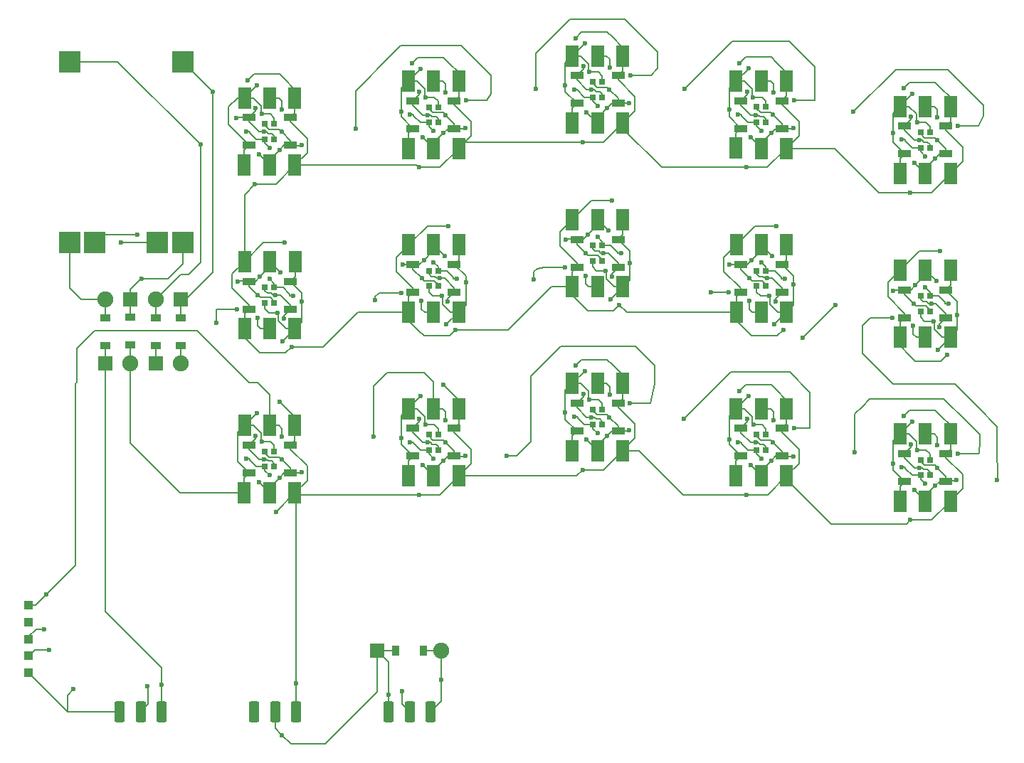
<source format=gbr>
%TF.GenerationSoftware,KiCad,Pcbnew,8.0.4+1*%
%TF.CreationDate,2024-08-17T00:02:36-04:00*%
%TF.ProjectId,iyada_baseplate,69796164-615f-4626-9173-65706c617465,rev?*%
%TF.SameCoordinates,Original*%
%TF.FileFunction,Copper,L2,Bot*%
%TF.FilePolarity,Positive*%
%FSLAX46Y46*%
G04 Gerber Fmt 4.6, Leading zero omitted, Abs format (unit mm)*
G04 Created by KiCad (PCBNEW 8.0.4+1) date 2024-08-17 00:02:36*
%MOMM*%
%LPD*%
G01*
G04 APERTURE LIST*
G04 Aperture macros list*
%AMRoundRect*
0 Rectangle with rounded corners*
0 $1 Rounding radius*
0 $2 $3 $4 $5 $6 $7 $8 $9 X,Y pos of 4 corners*
0 Add a 4 corners polygon primitive as box body*
4,1,4,$2,$3,$4,$5,$6,$7,$8,$9,$2,$3,0*
0 Add four circle primitives for the rounded corners*
1,1,$1+$1,$2,$3*
1,1,$1+$1,$4,$5*
1,1,$1+$1,$6,$7*
1,1,$1+$1,$8,$9*
0 Add four rect primitives between the rounded corners*
20,1,$1+$1,$2,$3,$4,$5,0*
20,1,$1+$1,$4,$5,$6,$7,0*
20,1,$1+$1,$6,$7,$8,$9,0*
20,1,$1+$1,$8,$9,$2,$3,0*%
G04 Aperture macros list end*
%TA.AperFunction,NonConductor*%
%ADD10C,0.200000*%
%TD*%
%TA.AperFunction,ComponentPad*%
%ADD11R,1.778000X1.778000*%
%TD*%
%TA.AperFunction,SMDPad,CuDef*%
%ADD12R,1.200000X0.900000*%
%TD*%
%TA.AperFunction,ComponentPad*%
%ADD13C,1.905000*%
%TD*%
%TA.AperFunction,SMDPad,CuDef*%
%ADD14R,0.900000X1.200000*%
%TD*%
%TA.AperFunction,SMDPad,CuDef*%
%ADD15R,0.700000X0.700000*%
%TD*%
%TA.AperFunction,SMDPad,CuDef*%
%ADD16R,1.500000X2.500000*%
%TD*%
%TA.AperFunction,SMDPad,CuDef*%
%ADD17R,1.500000X0.900000*%
%TD*%
%TA.AperFunction,SMDPad,CuDef*%
%ADD18R,2.500000X2.500000*%
%TD*%
%TA.AperFunction,SMDPad,CuDef*%
%ADD19RoundRect,0.250000X0.375000X1.000000X-0.375000X1.000000X-0.375000X-1.000000X0.375000X-1.000000X0*%
%TD*%
%TA.AperFunction,SMDPad,CuDef*%
%ADD20R,1.000000X1.000000*%
%TD*%
%TA.AperFunction,ViaPad*%
%ADD21C,0.600000*%
%TD*%
%TA.AperFunction,Conductor*%
%ADD22C,0.200000*%
%TD*%
G04 APERTURE END LIST*
D10*
X94185000Y-79445000D02*
X94175000Y-80170000D01*
X187140000Y-98195000D02*
X187110000Y-97175000D01*
X146705000Y-50715000D02*
X145895000Y-51560000D01*
X126850000Y-53785000D02*
X126380000Y-54535000D01*
X164825000Y-92740000D02*
X164800000Y-93555000D01*
X184885000Y-96575000D02*
X184980000Y-96555000D01*
X184980000Y-96555000D02*
X185010000Y-95165000D01*
X164800000Y-93555000D02*
X163705000Y-93550000D01*
X185460000Y-56400000D02*
X184870000Y-57540000D01*
X132360000Y-74590000D02*
X133205000Y-74430000D01*
X146385000Y-88350000D02*
X145860000Y-90585000D01*
X113210000Y-77740000D02*
X113695000Y-77435000D01*
X165375000Y-54540000D02*
X165380000Y-53760000D01*
D11*
%TO.P,D14,1*%
%TO.N,5V*%
X80980000Y-85861750D03*
D12*
X80980000Y-83701750D03*
%TO.P,D14,2*%
%TO.N,O+*%
X80980000Y-80401750D03*
D13*
X80980000Y-78241750D03*
%TD*%
D11*
%TO.P,D14,1*%
%TO.N,I-*%
X89980000Y-78241750D03*
D12*
X89980000Y-80401750D03*
%TO.P,D14,2*%
%TO.N,GND*%
X89980000Y-83701750D03*
D13*
X89980000Y-85861750D03*
%TD*%
D11*
%TO.P,D14,1*%
%TO.N,O-*%
X83980000Y-78210000D03*
D12*
X83980000Y-80370000D03*
%TO.P,D14,2*%
%TO.N,GND*%
X83980000Y-83670000D03*
D13*
X83980000Y-85830000D03*
%TD*%
D11*
%TO.P,D14,1*%
%TO.N,5V*%
X113338250Y-120070000D03*
D14*
X115498250Y-120070000D03*
%TO.P,D14,2*%
X118798250Y-120070000D03*
D13*
X120958250Y-120070000D03*
%TD*%
D11*
%TO.P,D14,1*%
%TO.N,3V*%
X86980000Y-85861750D03*
D12*
X86980000Y-83701750D03*
%TO.P,D14,2*%
%TO.N,I+*%
X86980000Y-80401750D03*
D13*
X86980000Y-78241750D03*
%TD*%
D15*
%TO.P,REF\u002A\u002A,1*%
%TO.N,LED3*%
X138991000Y-91334000D03*
%TO.P,REF\u002A\u002A,2*%
%TO.N,GND*%
X140091000Y-91334000D03*
%TO.P,REF\u002A\u002A,3*%
%TO.N,LED2*%
X140091000Y-93164000D03*
%TO.P,REF\u002A\u002A,4*%
%TO.N,5V*%
X138991000Y-93164000D03*
%TD*%
D16*
%TO.P,,1*%
%TO.N,5V*%
X117056000Y-79743000D03*
%TD*%
%TO.P,,1*%
%TO.N,GND*%
X156031000Y-99245000D03*
%TD*%
D15*
%TO.P,REF\u002A\u002A,1*%
%TO.N,LED5*%
X177991000Y-97339000D03*
%TO.P,REF\u002A\u002A,2*%
%TO.N,GND*%
X179091000Y-97339000D03*
%TO.P,REF\u002A\u002A,3*%
%TO.N,LED4*%
X179091000Y-99169000D03*
%TO.P,REF\u002A\u002A,4*%
%TO.N,5V*%
X177991000Y-99169000D03*
%TD*%
D16*
%TO.P,,1*%
%TO.N,LED2*%
X139536000Y-88250000D03*
%TD*%
D15*
%TO.P,REF\u002A\u002A,1*%
%TO.N,LED1*%
X179091000Y-79664000D03*
%TO.P,REF\u002A\u002A,2*%
%TO.N,GND*%
X177991000Y-79664000D03*
%TO.P,REF\u002A\u002A,3*%
%TO.N,P30*%
X177991000Y-77834000D03*
%TO.P,REF\u002A\u002A,4*%
%TO.N,5V*%
X179091000Y-77834000D03*
%TD*%
D17*
%TO.P,REF\u002A\u002A,1*%
%TO.N,GND*%
X117591000Y-96894000D03*
%TO.P,REF\u002A\u002A,2*%
%TO.N,P30*%
X117591000Y-93594000D03*
%TO.P,REF\u002A\u002A,3*%
%TO.N,5V*%
X122491000Y-93594000D03*
%TO.P,REF\u002A\u002A,4*%
%TO.N,LED1*%
X122491000Y-96894000D03*
%TD*%
D15*
%TO.P,REF\u002A\u002A,1*%
%TO.N,LED15*%
X177991000Y-58334000D03*
%TO.P,REF\u002A\u002A,2*%
%TO.N,GND*%
X179091000Y-58334000D03*
%TO.P,REF\u002A\u002A,3*%
%TO.N,LED14*%
X179091000Y-60164000D03*
%TO.P,REF\u002A\u002A,4*%
%TO.N,5V*%
X177991000Y-60164000D03*
%TD*%
D17*
%TO.P,REF\u002A\u002A,1*%
%TO.N,GND*%
X98091000Y-59899000D03*
%TO.P,REF\u002A\u002A,2*%
%TO.N,P30*%
X98091000Y-56599000D03*
%TO.P,REF\u002A\u002A,3*%
%TO.N,5V*%
X102991000Y-56599000D03*
%TO.P,REF\u002A\u002A,4*%
%TO.N,LED1*%
X102991000Y-59899000D03*
%TD*%
D16*
%TO.P,,1*%
%TO.N,GND*%
X136531000Y-96245000D03*
%TD*%
%TO.P,,1*%
%TO.N,LED8*%
X120046000Y-79748000D03*
%TD*%
%TO.P,,1*%
%TO.N,GND*%
X136530000Y-57245000D03*
%TD*%
%TO.P,,1*%
%TO.N,5V*%
X136556000Y-76743000D03*
%TD*%
%TO.P,,1*%
%TO.N,LED1*%
X159036000Y-99250000D03*
%TD*%
D17*
%TO.P,REF\u002A\u002A,1*%
%TO.N,GND*%
X117591000Y-57899000D03*
%TO.P,REF\u002A\u002A,2*%
%TO.N,P30*%
X117591000Y-54599000D03*
%TO.P,REF\u002A\u002A,3*%
%TO.N,5V*%
X122491000Y-54599000D03*
%TO.P,REF\u002A\u002A,4*%
%TO.N,LED1*%
X122491000Y-57899000D03*
%TD*%
D16*
%TO.P,,1*%
%TO.N,GND*%
X97531000Y-101245000D03*
%TD*%
D15*
%TO.P,REF\u002A\u002A,1*%
%TO.N,LED1*%
X158486000Y-55329000D03*
%TO.P,REF\u002A\u002A,2*%
%TO.N,GND*%
X159586000Y-55329000D03*
%TO.P,REF\u002A\u002A,3*%
%TO.N,P30*%
X159586000Y-57159000D03*
%TO.P,REF\u002A\u002A,4*%
%TO.N,5V*%
X158486000Y-57159000D03*
%TD*%
D16*
%TO.P,,1*%
%TO.N,5V*%
X175556000Y-82743000D03*
%TD*%
%TO.P,,1*%
%TO.N,5V*%
X123036000Y-60250000D03*
%TD*%
%TO.P,,1*%
%TO.N,GND*%
X97541000Y-54250000D03*
%TD*%
D15*
%TO.P,REF\u002A\u002A,1*%
%TO.N,LED1*%
X120591000Y-76664000D03*
%TO.P,REF\u002A\u002A,2*%
%TO.N,GND*%
X119491000Y-76664000D03*
%TO.P,REF\u002A\u002A,3*%
%TO.N,P30*%
X119491000Y-74834000D03*
%TO.P,REF\u002A\u002A,4*%
%TO.N,5V*%
X120591000Y-74834000D03*
%TD*%
D17*
%TO.P,REF\u002A\u002A,1*%
%TO.N,GND*%
X122491000Y-74099000D03*
%TO.P,REF\u002A\u002A,2*%
%TO.N,P30*%
X122491000Y-77399000D03*
%TO.P,REF\u002A\u002A,3*%
%TO.N,5V*%
X117591000Y-77399000D03*
%TO.P,REF\u002A\u002A,4*%
%TO.N,LED1*%
X117591000Y-74099000D03*
%TD*%
D16*
%TO.P,,1*%
%TO.N,5V*%
X142526000Y-88255000D03*
%TD*%
%TO.P,,1*%
%TO.N,GND*%
X175531000Y-102250000D03*
%TD*%
%TO.P,,1*%
%TO.N,GND*%
X162051000Y-71753000D03*
%TD*%
%TO.P,,1*%
%TO.N,5V*%
X123036000Y-99245000D03*
%TD*%
%TO.P,,1*%
%TO.N,GND*%
X156036000Y-52245000D03*
%TD*%
%TO.P,,1*%
%TO.N,5V*%
X103526000Y-54255000D03*
%TD*%
D17*
%TO.P,REF\u002A\u002A,1*%
%TO.N,GND*%
X180991000Y-77099000D03*
%TO.P,REF\u002A\u002A,2*%
%TO.N,LED5*%
X180991000Y-80399000D03*
%TO.P,REF\u002A\u002A,3*%
%TO.N,5V*%
X176091000Y-80399000D03*
%TO.P,REF\u002A\u002A,4*%
%TO.N,LED6*%
X176091000Y-77099000D03*
%TD*%
D15*
%TO.P,REF\u002A\u002A,1*%
%TO.N,LED1*%
X140091000Y-73664000D03*
%TO.P,REF\u002A\u002A,2*%
%TO.N,GND*%
X138991000Y-73664000D03*
%TO.P,REF\u002A\u002A,3*%
%TO.N,P30*%
X138991000Y-71834000D03*
%TO.P,REF\u002A\u002A,4*%
%TO.N,5V*%
X140091000Y-71834000D03*
%TD*%
D16*
%TO.P,,1*%
%TO.N,GND*%
X117041000Y-91245000D03*
%TD*%
%TO.P,,1*%
%TO.N,P30*%
X139536000Y-88250000D03*
%TD*%
%TO.P,,1*%
%TO.N,P30*%
X120046000Y-79748000D03*
%TD*%
%TO.P,,1*%
%TO.N,P30*%
X159036000Y-91250000D03*
%TD*%
%TO.P,,1*%
%TO.N,GND*%
X175541000Y-94255000D03*
%TD*%
%TO.P,,1*%
%TO.N,GND*%
X117041000Y-52250000D03*
%TD*%
%TO.P,,1*%
%TO.N,5V*%
X123036000Y-60250000D03*
%TD*%
%TO.P,,1*%
%TO.N,LED11*%
X100536000Y-62250000D03*
%TD*%
D15*
%TO.P,REF\u002A\u002A,1*%
%TO.N,LED1*%
X138990000Y-52334000D03*
%TO.P,REF\u002A\u002A,2*%
%TO.N,GND*%
X140090000Y-52334000D03*
%TO.P,REF\u002A\u002A,3*%
%TO.N,P30*%
X140090000Y-54164000D03*
%TO.P,REF\u002A\u002A,4*%
%TO.N,5V*%
X138990000Y-54164000D03*
%TD*%
D16*
%TO.P,,1*%
%TO.N,GND*%
X123041000Y-79748000D03*
%TD*%
%TO.P,,1*%
%TO.N,GND*%
X181551000Y-74753000D03*
%TD*%
D15*
%TO.P,REF\u002A\u002A,1*%
%TO.N,LED7*%
X159591000Y-76664000D03*
%TO.P,REF\u002A\u002A,2*%
%TO.N,GND*%
X158491000Y-76664000D03*
%TO.P,REF\u002A\u002A,3*%
%TO.N,LED6*%
X158491000Y-74834000D03*
%TO.P,REF\u002A\u002A,4*%
%TO.N,5V*%
X159591000Y-74834000D03*
%TD*%
D16*
%TO.P,,1*%
%TO.N,GND*%
X103541000Y-81748000D03*
%TD*%
%TO.P,,1*%
%TO.N,5V*%
X175546000Y-74748000D03*
%TD*%
%TO.P,,1*%
%TO.N,LED1*%
X178536000Y-102255000D03*
%TD*%
D15*
%TO.P,REF\u002A\u002A,1*%
%TO.N,LED2*%
X119491000Y-94329000D03*
%TO.P,REF\u002A\u002A,2*%
%TO.N,GND*%
X120591000Y-94329000D03*
%TO.P,REF\u002A\u002A,3*%
%TO.N,LED1*%
X120591000Y-96159000D03*
%TO.P,REF\u002A\u002A,4*%
%TO.N,5V*%
X119491000Y-96159000D03*
%TD*%
%TO.P,REF\u002A\u002A,1*%
%TO.N,LED9*%
X120591000Y-76664000D03*
%TO.P,REF\u002A\u002A,2*%
%TO.N,GND*%
X119491000Y-76664000D03*
%TO.P,REF\u002A\u002A,3*%
%TO.N,LED8*%
X119491000Y-74834000D03*
%TO.P,REF\u002A\u002A,4*%
%TO.N,5V*%
X120591000Y-74834000D03*
%TD*%
D16*
%TO.P,,1*%
%TO.N,LED1*%
X178546000Y-74748000D03*
%TD*%
D17*
%TO.P,REF\u002A\u002A,1*%
%TO.N,GND*%
X102991000Y-76099000D03*
%TO.P,REF\u002A\u002A,2*%
%TO.N,LED9*%
X102991000Y-79399000D03*
%TO.P,REF\u002A\u002A,3*%
%TO.N,5V*%
X98091000Y-79399000D03*
%TO.P,REF\u002A\u002A,4*%
%TO.N,LED10*%
X98091000Y-76099000D03*
%TD*%
D16*
%TO.P,,1*%
%TO.N,GND*%
X156036000Y-52245000D03*
%TD*%
%TO.P,,1*%
%TO.N,LED1*%
X120036000Y-99245000D03*
%TD*%
%TO.P,,1*%
%TO.N,5V*%
X117046000Y-71748000D03*
%TD*%
D17*
%TO.P,REF\u002A\u002A,1*%
%TO.N,GND*%
X176091000Y-99904000D03*
%TO.P,REF\u002A\u002A,2*%
%TO.N,P30*%
X176091000Y-96604000D03*
%TO.P,REF\u002A\u002A,3*%
%TO.N,5V*%
X180991000Y-96604000D03*
%TO.P,REF\u002A\u002A,4*%
%TO.N,LED1*%
X180991000Y-99904000D03*
%TD*%
D16*
%TO.P,,1*%
%TO.N,GND*%
X156041000Y-91250000D03*
%TD*%
%TO.P,,1*%
%TO.N,GND*%
X136530000Y-57245000D03*
%TD*%
%TO.P,,1*%
%TO.N,LED1*%
X159046000Y-71748000D03*
%TD*%
%TO.P,,1*%
%TO.N,GND*%
X142541000Y-76748000D03*
%TD*%
%TO.P,,1*%
%TO.N,5V*%
X103536000Y-62250000D03*
%TD*%
D15*
%TO.P,REF\u002A\u002A,1*%
%TO.N,LED1*%
X99991000Y-57334000D03*
%TO.P,REF\u002A\u002A,2*%
%TO.N,GND*%
X101091000Y-57334000D03*
%TO.P,REF\u002A\u002A,3*%
%TO.N,P30*%
X101091000Y-59164000D03*
%TO.P,REF\u002A\u002A,4*%
%TO.N,5V*%
X99991000Y-59164000D03*
%TD*%
D16*
%TO.P,,1*%
%TO.N,GND*%
X175531000Y-102250000D03*
%TD*%
%TO.P,,1*%
%TO.N,5V*%
X117056000Y-79743000D03*
%TD*%
D18*
%TO.P,REF\u002A\u002A,1*%
%TO.N,I-*%
X90210000Y-49940000D03*
%TD*%
D19*
%TO.P,REF\u002A\u002A,1*%
%TO.N,5V*%
X87680000Y-127320000D03*
%TO.P,REF\u002A\u002A,2*%
X85180000Y-127320000D03*
%TO.P,REF\u002A\u002A,3*%
X82680000Y-127320000D03*
%TD*%
D17*
%TO.P,REF\u002A\u002A,1*%
%TO.N,GND*%
X176091000Y-60899000D03*
%TO.P,REF\u002A\u002A,2*%
%TO.N,LED14*%
X176091000Y-57599000D03*
%TO.P,REF\u002A\u002A,3*%
%TO.N,5V*%
X180991000Y-57599000D03*
%TO.P,REF\u002A\u002A,4*%
%TO.N,LED15*%
X180991000Y-60899000D03*
%TD*%
D16*
%TO.P,,1*%
%TO.N,5V*%
X103536000Y-101250000D03*
%TD*%
D15*
%TO.P,REF\u002A\u002A,1*%
%TO.N,LED12*%
X119491000Y-55334000D03*
%TO.P,REF\u002A\u002A,2*%
%TO.N,GND*%
X120591000Y-55334000D03*
%TO.P,REF\u002A\u002A,3*%
%TO.N,LED11*%
X120591000Y-57164000D03*
%TO.P,REF\u002A\u002A,4*%
%TO.N,5V*%
X119491000Y-57164000D03*
%TD*%
D17*
%TO.P,REF\u002A\u002A,1*%
%TO.N,GND*%
X156591000Y-96899000D03*
%TO.P,REF\u002A\u002A,2*%
%TO.N,LED3*%
X156591000Y-93599000D03*
%TO.P,REF\u002A\u002A,3*%
%TO.N,5V*%
X161491000Y-93599000D03*
%TO.P,REF\u002A\u002A,4*%
%TO.N,LED4*%
X161491000Y-96899000D03*
%TD*%
D16*
%TO.P,,1*%
%TO.N,P30*%
X100546000Y-81748000D03*
%TD*%
%TO.P,,1*%
%TO.N,LED15*%
X178536000Y-63250000D03*
%TD*%
%TO.P,,1*%
%TO.N,5V*%
X142535000Y-57250000D03*
%TD*%
D18*
%TO.P,REF\u002A\u002A,1*%
%TO.N,O+*%
X76710000Y-71430000D03*
%TD*%
D16*
%TO.P,,1*%
%TO.N,5V*%
X136556000Y-76743000D03*
%TD*%
%TO.P,,1*%
%TO.N,5V*%
X117046000Y-71748000D03*
%TD*%
%TO.P,,1*%
%TO.N,LED7*%
X139546000Y-76748000D03*
%TD*%
%TO.P,,1*%
%TO.N,P30*%
X120036000Y-52250000D03*
%TD*%
%TO.P,,1*%
%TO.N,P30*%
X100536000Y-93250000D03*
%TD*%
%TO.P,,1*%
%TO.N,LED1*%
X100536000Y-101250000D03*
%TD*%
D15*
%TO.P,REF\u002A\u002A,1*%
%TO.N,LED10*%
X101091000Y-78664000D03*
%TO.P,REF\u002A\u002A,2*%
%TO.N,GND*%
X99991000Y-78664000D03*
%TO.P,REF\u002A\u002A,3*%
%TO.N,LED9*%
X99991000Y-76834000D03*
%TO.P,REF\u002A\u002A,4*%
%TO.N,5V*%
X101091000Y-76834000D03*
%TD*%
D16*
%TO.P,,1*%
%TO.N,GND*%
X123051000Y-71753000D03*
%TD*%
%TO.P,,1*%
%TO.N,GND*%
X162051000Y-71753000D03*
%TD*%
D15*
%TO.P,REF\u002A\u002A,1*%
%TO.N,LED1*%
X120591000Y-76664000D03*
%TO.P,REF\u002A\u002A,2*%
%TO.N,GND*%
X119491000Y-76664000D03*
%TO.P,REF\u002A\u002A,3*%
%TO.N,P30*%
X119491000Y-74834000D03*
%TO.P,REF\u002A\u002A,4*%
%TO.N,5V*%
X120591000Y-74834000D03*
%TD*%
D16*
%TO.P,,1*%
%TO.N,LED12*%
X120036000Y-60250000D03*
%TD*%
%TO.P,,1*%
%TO.N,5V*%
X156056000Y-79743000D03*
%TD*%
D17*
%TO.P,REF\u002A\u002A,1*%
%TO.N,GND*%
X176091000Y-99904000D03*
%TO.P,REF\u002A\u002A,2*%
%TO.N,LED4*%
X176091000Y-96604000D03*
%TO.P,REF\u002A\u002A,3*%
%TO.N,5V*%
X180991000Y-96604000D03*
%TO.P,REF\u002A\u002A,4*%
%TO.N,LED5*%
X180991000Y-99904000D03*
%TD*%
D16*
%TO.P,,1*%
%TO.N,5V*%
X123036000Y-99245000D03*
%TD*%
D17*
%TO.P,REF\u002A\u002A,1*%
%TO.N,GND*%
X137091000Y-93899000D03*
%TO.P,REF\u002A\u002A,2*%
%TO.N,P30*%
X137091000Y-90599000D03*
%TO.P,REF\u002A\u002A,3*%
%TO.N,5V*%
X141991000Y-90599000D03*
%TO.P,REF\u002A\u002A,4*%
%TO.N,LED1*%
X141991000Y-93899000D03*
%TD*%
D16*
%TO.P,,1*%
%TO.N,5V*%
X162026000Y-91255000D03*
%TD*%
%TO.P,,1*%
%TO.N,GND*%
X136541000Y-88250000D03*
%TD*%
D18*
%TO.P,REF\u002A\u002A,1*%
%TO.N,O-*%
X90210000Y-71430000D03*
%TD*%
D16*
%TO.P,,1*%
%TO.N,5V*%
X97556000Y-81743000D03*
%TD*%
%TO.P,,1*%
%TO.N,5V*%
X181536000Y-63250000D03*
%TD*%
%TO.P,,1*%
%TO.N,5V*%
X142525000Y-49255000D03*
%TD*%
%TO.P,,1*%
%TO.N,GND*%
X136540000Y-49250000D03*
%TD*%
D20*
%TO.P,REF\u002A\u002A,1*%
%TO.N,5V*%
X71855000Y-122675000D03*
%TD*%
D16*
%TO.P,,1*%
%TO.N,5V*%
X162036000Y-99250000D03*
%TD*%
D17*
%TO.P,REF\u002A\u002A,1*%
%TO.N,GND*%
X156591000Y-96899000D03*
%TO.P,REF\u002A\u002A,2*%
%TO.N,P30*%
X156591000Y-93599000D03*
%TO.P,REF\u002A\u002A,3*%
%TO.N,5V*%
X161491000Y-93599000D03*
%TO.P,REF\u002A\u002A,4*%
%TO.N,LED1*%
X161491000Y-96899000D03*
%TD*%
D19*
%TO.P,REF\u002A\u002A,1*%
%TO.N,5V*%
X119680000Y-127320000D03*
%TO.P,REF\u002A\u002A,2*%
X117180000Y-127320000D03*
%TO.P,REF\u002A\u002A,3*%
X114680000Y-127320000D03*
%TD*%
D16*
%TO.P,,1*%
%TO.N,LED14*%
X159031000Y-60245000D03*
%TD*%
%TO.P,,1*%
%TO.N,LED14*%
X178536000Y-55250000D03*
%TD*%
D17*
%TO.P,REF\u002A\u002A,1*%
%TO.N,GND*%
X122491000Y-74099000D03*
%TO.P,REF\u002A\u002A,2*%
%TO.N,LED8*%
X122491000Y-77399000D03*
%TO.P,REF\u002A\u002A,3*%
%TO.N,5V*%
X117591000Y-77399000D03*
%TO.P,REF\u002A\u002A,4*%
%TO.N,LED9*%
X117591000Y-74099000D03*
%TD*%
D16*
%TO.P,,1*%
%TO.N,5V*%
X123026000Y-52255000D03*
%TD*%
%TO.P,,1*%
%TO.N,LED12*%
X139535000Y-49250000D03*
%TD*%
%TO.P,,1*%
%TO.N,5V*%
X97546000Y-73748000D03*
%TD*%
%TO.P,,1*%
%TO.N,LED1*%
X120046000Y-71748000D03*
%TD*%
%TO.P,,1*%
%TO.N,LED1*%
X178536000Y-63250000D03*
%TD*%
%TO.P,,1*%
%TO.N,LED3*%
X159036000Y-91250000D03*
%TD*%
%TO.P,,1*%
%TO.N,GND*%
X156031000Y-99245000D03*
%TD*%
D15*
%TO.P,REF\u002A\u002A,1*%
%TO.N,LED1*%
X119491000Y-94329000D03*
%TO.P,REF\u002A\u002A,2*%
%TO.N,GND*%
X120591000Y-94329000D03*
%TO.P,REF\u002A\u002A,3*%
%TO.N,P30*%
X120591000Y-96159000D03*
%TO.P,REF\u002A\u002A,4*%
%TO.N,5V*%
X119491000Y-96159000D03*
%TD*%
%TO.P,REF\u002A\u002A,1*%
%TO.N,LED13*%
X138990000Y-52334000D03*
%TO.P,REF\u002A\u002A,2*%
%TO.N,GND*%
X140090000Y-52334000D03*
%TO.P,REF\u002A\u002A,3*%
%TO.N,LED12*%
X140090000Y-54164000D03*
%TO.P,REF\u002A\u002A,4*%
%TO.N,5V*%
X138990000Y-54164000D03*
%TD*%
D16*
%TO.P,,1*%
%TO.N,LED4*%
X159036000Y-99250000D03*
%TD*%
%TO.P,,1*%
%TO.N,GND*%
X181541000Y-82748000D03*
%TD*%
D18*
%TO.P,REF\u002A\u002A,1*%
%TO.N,B+*%
X79715000Y-71430000D03*
%TD*%
D16*
%TO.P,,1*%
%TO.N,GND*%
X103541000Y-81748000D03*
%TD*%
%TO.P,,1*%
%TO.N,GND*%
X162041000Y-79748000D03*
%TD*%
%TO.P,,1*%
%TO.N,5V*%
X136546000Y-68748000D03*
%TD*%
%TO.P,,1*%
%TO.N,LED1*%
X139535000Y-57250000D03*
%TD*%
%TO.P,,1*%
%TO.N,5V*%
X181526000Y-55255000D03*
%TD*%
%TO.P,,1*%
%TO.N,LED9*%
X100546000Y-81748000D03*
%TD*%
%TO.P,,1*%
%TO.N,5V*%
X142535000Y-57250000D03*
%TD*%
%TO.P,,1*%
%TO.N,LED10*%
X100536000Y-54250000D03*
%TD*%
%TO.P,,1*%
%TO.N,LED6*%
X159046000Y-79748000D03*
%TD*%
%TO.P,,1*%
%TO.N,P30*%
X100536000Y-54250000D03*
%TD*%
%TO.P,,1*%
%TO.N,GND*%
X136540000Y-49250000D03*
%TD*%
%TO.P,,1*%
%TO.N,LED1*%
X120036000Y-60250000D03*
%TD*%
D19*
%TO.P,REF\u002A\u002A,1*%
%TO.N,5V*%
X103680000Y-127320000D03*
%TO.P,REF\u002A\u002A,2*%
X101180000Y-127320000D03*
%TO.P,REF\u002A\u002A,3*%
X98680000Y-127320000D03*
%TD*%
D16*
%TO.P,,1*%
%TO.N,GND*%
X142551000Y-68753000D03*
%TD*%
%TO.P,,1*%
%TO.N,5V*%
X162031000Y-60245000D03*
%TD*%
D15*
%TO.P,REF\u002A\u002A,1*%
%TO.N,LED8*%
X140091000Y-73664000D03*
%TO.P,REF\u002A\u002A,2*%
%TO.N,GND*%
X138991000Y-73664000D03*
%TO.P,REF\u002A\u002A,3*%
%TO.N,LED7*%
X138991000Y-71834000D03*
%TO.P,REF\u002A\u002A,4*%
%TO.N,5V*%
X140091000Y-71834000D03*
%TD*%
D16*
%TO.P,,1*%
%TO.N,P30*%
X159046000Y-79748000D03*
%TD*%
%TO.P,,1*%
%TO.N,LED9*%
X120046000Y-71748000D03*
%TD*%
%TO.P,,1*%
%TO.N,GND*%
X123051000Y-71753000D03*
%TD*%
D17*
%TO.P,REF\u002A\u002A,1*%
%TO.N,GND*%
X117591000Y-96894000D03*
%TO.P,REF\u002A\u002A,2*%
%TO.N,LED1*%
X117591000Y-93594000D03*
%TO.P,REF\u002A\u002A,3*%
%TO.N,5V*%
X122491000Y-93594000D03*
%TO.P,REF\u002A\u002A,4*%
%TO.N,LED2*%
X122491000Y-96894000D03*
%TD*%
D16*
%TO.P,,1*%
%TO.N,GND*%
X117031000Y-60245000D03*
%TD*%
%TO.P,,1*%
%TO.N,GND*%
X117031000Y-99240000D03*
%TD*%
%TO.P,,1*%
%TO.N,LED4*%
X178536000Y-94255000D03*
%TD*%
%TO.P,,1*%
%TO.N,GND*%
X175531000Y-63245000D03*
%TD*%
D20*
%TO.P,REF\u002A\u002A,1*%
%TO.N,GND*%
X71855000Y-120675000D03*
%TD*%
%TO.P,REF\u002A\u002A,1*%
%TO.N,P30*%
X71855000Y-114675000D03*
%TD*%
D16*
%TO.P,,1*%
%TO.N,P30*%
X139535000Y-49250000D03*
%TD*%
%TO.P,,1*%
%TO.N,GND*%
X156026000Y-60240000D03*
%TD*%
%TO.P,,1*%
%TO.N,5V*%
X181536000Y-63250000D03*
%TD*%
D17*
%TO.P,REF\u002A\u002A,1*%
%TO.N,GND*%
X156586000Y-57894000D03*
%TO.P,REF\u002A\u002A,2*%
%TO.N,P30*%
X156586000Y-54594000D03*
%TO.P,REF\u002A\u002A,3*%
%TO.N,5V*%
X161486000Y-54594000D03*
%TO.P,REF\u002A\u002A,4*%
%TO.N,LED1*%
X161486000Y-57894000D03*
%TD*%
D15*
%TO.P,REF\u002A\u002A,1*%
%TO.N,LED1*%
X138991000Y-91334000D03*
%TO.P,REF\u002A\u002A,2*%
%TO.N,GND*%
X140091000Y-91334000D03*
%TO.P,REF\u002A\u002A,3*%
%TO.N,P30*%
X140091000Y-93164000D03*
%TO.P,REF\u002A\u002A,4*%
%TO.N,5V*%
X138991000Y-93164000D03*
%TD*%
D16*
%TO.P,,1*%
%TO.N,GND*%
X97531000Y-62245000D03*
%TD*%
%TO.P,,1*%
%TO.N,GND*%
X175541000Y-55250000D03*
%TD*%
%TO.P,,1*%
%TO.N,5V*%
X175546000Y-74748000D03*
%TD*%
%TO.P,,1*%
%TO.N,LED5*%
X178546000Y-82748000D03*
%TD*%
D15*
%TO.P,REF\u002A\u002A,1*%
%TO.N,LED1*%
X119491000Y-55334000D03*
%TO.P,REF\u002A\u002A,2*%
%TO.N,GND*%
X120591000Y-55334000D03*
%TO.P,REF\u002A\u002A,3*%
%TO.N,P30*%
X120591000Y-57164000D03*
%TO.P,REF\u002A\u002A,4*%
%TO.N,5V*%
X119491000Y-57164000D03*
%TD*%
D16*
%TO.P,,1*%
%TO.N,LED1*%
X159031000Y-60245000D03*
%TD*%
%TO.P,,1*%
%TO.N,LED1*%
X120046000Y-71748000D03*
%TD*%
%TO.P,,1*%
%TO.N,GND*%
X136531000Y-96245000D03*
%TD*%
%TO.P,,1*%
%TO.N,GND*%
X175531000Y-63245000D03*
%TD*%
%TO.P,,1*%
%TO.N,GND*%
X142551000Y-68753000D03*
%TD*%
%TO.P,,1*%
%TO.N,5V*%
X162021000Y-52250000D03*
%TD*%
%TO.P,,1*%
%TO.N,GND*%
X123041000Y-79748000D03*
%TD*%
D17*
%TO.P,REF\u002A\u002A,1*%
%TO.N,GND*%
X141991000Y-71099000D03*
%TO.P,REF\u002A\u002A,2*%
%TO.N,P30*%
X141991000Y-74399000D03*
%TO.P,REF\u002A\u002A,3*%
%TO.N,5V*%
X137091000Y-74399000D03*
%TO.P,REF\u002A\u002A,4*%
%TO.N,LED1*%
X137091000Y-71099000D03*
%TD*%
D16*
%TO.P,,1*%
%TO.N,LED2*%
X120036000Y-99245000D03*
%TD*%
D17*
%TO.P,REF\u002A\u002A,1*%
%TO.N,GND*%
X98091000Y-59899000D03*
%TO.P,REF\u002A\u002A,2*%
%TO.N,LED10*%
X98091000Y-56599000D03*
%TO.P,REF\u002A\u002A,3*%
%TO.N,5V*%
X102991000Y-56599000D03*
%TO.P,REF\u002A\u002A,4*%
%TO.N,LED11*%
X102991000Y-59899000D03*
%TD*%
D16*
%TO.P,,1*%
%TO.N,5V*%
X181526000Y-94260000D03*
%TD*%
D15*
%TO.P,REF\u002A\u002A,1*%
%TO.N,LED4*%
X158491000Y-94334000D03*
%TO.P,REF\u002A\u002A,2*%
%TO.N,GND*%
X159591000Y-94334000D03*
%TO.P,REF\u002A\u002A,3*%
%TO.N,LED3*%
X159591000Y-96164000D03*
%TO.P,REF\u002A\u002A,4*%
%TO.N,5V*%
X158491000Y-96164000D03*
%TD*%
D17*
%TO.P,REF\u002A\u002A,1*%
%TO.N,GND*%
X161491000Y-74099000D03*
%TO.P,REF\u002A\u002A,2*%
%TO.N,LED6*%
X161491000Y-77399000D03*
%TO.P,REF\u002A\u002A,3*%
%TO.N,5V*%
X156591000Y-77399000D03*
%TO.P,REF\u002A\u002A,4*%
%TO.N,LED7*%
X156591000Y-74099000D03*
%TD*%
D16*
%TO.P,,1*%
%TO.N,5V*%
X142536000Y-96250000D03*
%TD*%
D18*
%TO.P,REF\u002A\u002A,1*%
%TO.N,I+*%
X76710000Y-49940000D03*
%TD*%
D20*
%TO.P,REF\u002A\u002A,1*%
%TO.N,P29*%
X71855000Y-116675000D03*
%TD*%
D16*
%TO.P,,1*%
%TO.N,LED3*%
X139536000Y-96250000D03*
%TD*%
%TO.P,,1*%
%TO.N,LED8*%
X139546000Y-68748000D03*
%TD*%
%TO.P,,1*%
%TO.N,5V*%
X175556000Y-82743000D03*
%TD*%
D17*
%TO.P,REF\u002A\u002A,1*%
%TO.N,GND*%
X156586000Y-57894000D03*
%TO.P,REF\u002A\u002A,2*%
%TO.N,LED13*%
X156586000Y-54594000D03*
%TO.P,REF\u002A\u002A,3*%
%TO.N,5V*%
X161486000Y-54594000D03*
%TO.P,REF\u002A\u002A,4*%
%TO.N,LED14*%
X161486000Y-57894000D03*
%TD*%
D16*
%TO.P,,1*%
%TO.N,GND*%
X103551000Y-73753000D03*
%TD*%
%TO.P,,1*%
%TO.N,5V*%
X162031000Y-60245000D03*
%TD*%
D17*
%TO.P,REF\u002A\u002A,1*%
%TO.N,GND*%
X122491000Y-74099000D03*
%TO.P,REF\u002A\u002A,2*%
%TO.N,P30*%
X122491000Y-77399000D03*
%TO.P,REF\u002A\u002A,3*%
%TO.N,5V*%
X117591000Y-77399000D03*
%TO.P,REF\u002A\u002A,4*%
%TO.N,LED1*%
X117591000Y-74099000D03*
%TD*%
D16*
%TO.P,,1*%
%TO.N,GND*%
X97541000Y-54250000D03*
%TD*%
D17*
%TO.P,REF\u002A\u002A,1*%
%TO.N,GND*%
X102991000Y-76099000D03*
%TO.P,REF\u002A\u002A,2*%
%TO.N,P30*%
X102991000Y-79399000D03*
%TO.P,REF\u002A\u002A,3*%
%TO.N,5V*%
X98091000Y-79399000D03*
%TO.P,REF\u002A\u002A,4*%
%TO.N,LED1*%
X98091000Y-76099000D03*
%TD*%
D16*
%TO.P,,1*%
%TO.N,LED1*%
X100546000Y-73748000D03*
%TD*%
%TO.P,,1*%
%TO.N,5V*%
X103526000Y-93255000D03*
%TD*%
%TO.P,,1*%
%TO.N,LED11*%
X120036000Y-52250000D03*
%TD*%
%TO.P,,1*%
%TO.N,5V*%
X156046000Y-71748000D03*
%TD*%
%TO.P,,1*%
%TO.N,LED6*%
X178546000Y-74748000D03*
%TD*%
%TO.P,,1*%
%TO.N,P30*%
X139546000Y-76748000D03*
%TD*%
%TO.P,,1*%
%TO.N,GND*%
X117041000Y-91245000D03*
%TD*%
D17*
%TO.P,REF\u002A\u002A,1*%
%TO.N,GND*%
X180991000Y-77099000D03*
%TO.P,REF\u002A\u002A,2*%
%TO.N,P30*%
X180991000Y-80399000D03*
%TO.P,REF\u002A\u002A,3*%
%TO.N,5V*%
X176091000Y-80399000D03*
%TO.P,REF\u002A\u002A,4*%
%TO.N,LED1*%
X176091000Y-77099000D03*
%TD*%
D16*
%TO.P,,1*%
%TO.N,GND*%
X117031000Y-60245000D03*
%TD*%
%TO.P,,1*%
%TO.N,5V*%
X162026000Y-91255000D03*
%TD*%
%TO.P,,1*%
%TO.N,5V*%
X136546000Y-68748000D03*
%TD*%
%TO.P,,1*%
%TO.N,5V*%
X123026000Y-52255000D03*
%TD*%
D18*
%TO.P,REF\u002A\u002A,1*%
%TO.N,B-*%
X87205000Y-71430000D03*
%TD*%
D16*
%TO.P,,1*%
%TO.N,P30*%
X178546000Y-82748000D03*
%TD*%
%TO.P,,1*%
%TO.N,GND*%
X162041000Y-79748000D03*
%TD*%
D17*
%TO.P,REF\u002A\u002A,1*%
%TO.N,GND*%
X137090000Y-54899000D03*
%TO.P,REF\u002A\u002A,2*%
%TO.N,LED12*%
X137090000Y-51599000D03*
%TO.P,REF\u002A\u002A,3*%
%TO.N,5V*%
X141990000Y-51599000D03*
%TO.P,REF\u002A\u002A,4*%
%TO.N,LED13*%
X141990000Y-54899000D03*
%TD*%
D16*
%TO.P,,1*%
%TO.N,5V*%
X142525000Y-49255000D03*
%TD*%
%TO.P,,1*%
%TO.N,P30*%
X159031000Y-52245000D03*
%TD*%
D17*
%TO.P,REF\u002A\u002A,1*%
%TO.N,GND*%
X141991000Y-71099000D03*
%TO.P,REF\u002A\u002A,2*%
%TO.N,LED7*%
X141991000Y-74399000D03*
%TO.P,REF\u002A\u002A,3*%
%TO.N,5V*%
X137091000Y-74399000D03*
%TO.P,REF\u002A\u002A,4*%
%TO.N,LED8*%
X137091000Y-71099000D03*
%TD*%
%TO.P,REF\u002A\u002A,1*%
%TO.N,GND*%
X98091000Y-98899000D03*
%TO.P,REF\u002A\u002A,2*%
%TO.N,P30*%
X98091000Y-95599000D03*
%TO.P,REF\u002A\u002A,3*%
%TO.N,5V*%
X102991000Y-95599000D03*
%TO.P,REF\u002A\u002A,4*%
%TO.N,LED1*%
X102991000Y-98899000D03*
%TD*%
D16*
%TO.P,,1*%
%TO.N,5V*%
X181536000Y-102255000D03*
%TD*%
%TO.P,,1*%
%TO.N,GND*%
X103551000Y-73753000D03*
%TD*%
%TO.P,,1*%
%TO.N,GND*%
X117041000Y-52250000D03*
%TD*%
D15*
%TO.P,REF\u002A\u002A,1*%
%TO.N,LED1*%
X99991000Y-96334000D03*
%TO.P,REF\u002A\u002A,2*%
%TO.N,GND*%
X101091000Y-96334000D03*
%TO.P,REF\u002A\u002A,3*%
%TO.N,P30*%
X101091000Y-98164000D03*
%TO.P,REF\u002A\u002A,4*%
%TO.N,5V*%
X99991000Y-98164000D03*
%TD*%
D16*
%TO.P,,1*%
%TO.N,GND*%
X156026000Y-60240000D03*
%TD*%
%TO.P,,1*%
%TO.N,P30*%
X120046000Y-79748000D03*
%TD*%
D15*
%TO.P,REF\u002A\u002A,1*%
%TO.N,LED1*%
X159591000Y-76664000D03*
%TO.P,REF\u002A\u002A,2*%
%TO.N,GND*%
X158491000Y-76664000D03*
%TO.P,REF\u002A\u002A,3*%
%TO.N,P30*%
X158491000Y-74834000D03*
%TO.P,REF\u002A\u002A,4*%
%TO.N,5V*%
X159591000Y-74834000D03*
%TD*%
D16*
%TO.P,,1*%
%TO.N,LED10*%
X100546000Y-73748000D03*
%TD*%
%TO.P,,1*%
%TO.N,5V*%
X142536000Y-96250000D03*
%TD*%
%TO.P,,1*%
%TO.N,5V*%
X97556000Y-81743000D03*
%TD*%
%TO.P,,1*%
%TO.N,5V*%
X123026000Y-91250000D03*
%TD*%
%TO.P,,1*%
%TO.N,GND*%
X136541000Y-88250000D03*
%TD*%
D15*
%TO.P,REF\u002A\u002A,1*%
%TO.N,LED1*%
X101091000Y-78664000D03*
%TO.P,REF\u002A\u002A,2*%
%TO.N,GND*%
X99991000Y-78664000D03*
%TO.P,REF\u002A\u002A,3*%
%TO.N,P30*%
X99991000Y-76834000D03*
%TO.P,REF\u002A\u002A,4*%
%TO.N,5V*%
X101091000Y-76834000D03*
%TD*%
D16*
%TO.P,,1*%
%TO.N,GND*%
X175541000Y-94255000D03*
%TD*%
D17*
%TO.P,REF\u002A\u002A,1*%
%TO.N,GND*%
X137091000Y-93899000D03*
%TO.P,REF\u002A\u002A,2*%
%TO.N,LED2*%
X137091000Y-90599000D03*
%TO.P,REF\u002A\u002A,3*%
%TO.N,5V*%
X141991000Y-90599000D03*
%TO.P,REF\u002A\u002A,4*%
%TO.N,LED3*%
X141991000Y-93899000D03*
%TD*%
D15*
%TO.P,REF\u002A\u002A,1*%
%TO.N,LED11*%
X99991000Y-57334000D03*
%TO.P,REF\u002A\u002A,2*%
%TO.N,GND*%
X101091000Y-57334000D03*
%TO.P,REF\u002A\u002A,3*%
%TO.N,LED10*%
X101091000Y-59164000D03*
%TO.P,REF\u002A\u002A,4*%
%TO.N,5V*%
X99991000Y-59164000D03*
%TD*%
D17*
%TO.P,REF\u002A\u002A,1*%
%TO.N,GND*%
X137090000Y-54899000D03*
%TO.P,REF\u002A\u002A,2*%
%TO.N,P30*%
X137090000Y-51599000D03*
%TO.P,REF\u002A\u002A,3*%
%TO.N,5V*%
X141990000Y-51599000D03*
%TO.P,REF\u002A\u002A,4*%
%TO.N,LED1*%
X141990000Y-54899000D03*
%TD*%
D16*
%TO.P,,1*%
%TO.N,LED1*%
X139536000Y-96250000D03*
%TD*%
%TO.P,,1*%
%TO.N,5V*%
X181536000Y-102255000D03*
%TD*%
%TO.P,,1*%
%TO.N,5V*%
X123026000Y-91250000D03*
%TD*%
%TO.P,,1*%
%TO.N,GND*%
X123041000Y-79748000D03*
%TD*%
%TO.P,,1*%
%TO.N,LED1*%
X139546000Y-68748000D03*
%TD*%
%TO.P,,1*%
%TO.N,5V*%
X162036000Y-99250000D03*
%TD*%
D15*
%TO.P,REF\u002A\u002A,1*%
%TO.N,LED14*%
X158486000Y-55329000D03*
%TO.P,REF\u002A\u002A,2*%
%TO.N,GND*%
X159586000Y-55329000D03*
%TO.P,REF\u002A\u002A,3*%
%TO.N,LED13*%
X159586000Y-57159000D03*
%TO.P,REF\u002A\u002A,4*%
%TO.N,5V*%
X158486000Y-57159000D03*
%TD*%
D16*
%TO.P,,1*%
%TO.N,LED7*%
X159046000Y-71748000D03*
%TD*%
%TO.P,,1*%
%TO.N,LED5*%
X178536000Y-102255000D03*
%TD*%
%TO.P,,1*%
%TO.N,5V*%
X156046000Y-71748000D03*
%TD*%
%TO.P,,1*%
%TO.N,P30*%
X178536000Y-94255000D03*
%TD*%
%TO.P,,1*%
%TO.N,GND*%
X142541000Y-76748000D03*
%TD*%
D15*
%TO.P,REF\u002A\u002A,1*%
%TO.N,LED6*%
X179091000Y-79664000D03*
%TO.P,REF\u002A\u002A,2*%
%TO.N,GND*%
X177991000Y-79664000D03*
%TO.P,REF\u002A\u002A,3*%
%TO.N,LED5*%
X177991000Y-77834000D03*
%TO.P,REF\u002A\u002A,4*%
%TO.N,5V*%
X179091000Y-77834000D03*
%TD*%
D16*
%TO.P,,1*%
%TO.N,5V*%
X142526000Y-88255000D03*
%TD*%
%TO.P,,1*%
%TO.N,GND*%
X97541000Y-93250000D03*
%TD*%
%TO.P,,1*%
%TO.N,LED13*%
X159031000Y-52245000D03*
%TD*%
%TO.P,,1*%
%TO.N,5V*%
X181526000Y-55255000D03*
%TD*%
%TO.P,,1*%
%TO.N,5V*%
X103536000Y-62250000D03*
%TD*%
%TO.P,,1*%
%TO.N,GND*%
X117031000Y-99240000D03*
%TD*%
%TO.P,,1*%
%TO.N,GND*%
X175541000Y-55250000D03*
%TD*%
%TO.P,,1*%
%TO.N,5V*%
X97546000Y-73748000D03*
%TD*%
D17*
%TO.P,REF\u002A\u002A,1*%
%TO.N,GND*%
X161491000Y-74099000D03*
%TO.P,REF\u002A\u002A,2*%
%TO.N,P30*%
X161491000Y-77399000D03*
%TO.P,REF\u002A\u002A,3*%
%TO.N,5V*%
X156591000Y-77399000D03*
%TO.P,REF\u002A\u002A,4*%
%TO.N,LED1*%
X156591000Y-74099000D03*
%TD*%
D16*
%TO.P,,1*%
%TO.N,GND*%
X156041000Y-91250000D03*
%TD*%
%TO.P,,1*%
%TO.N,LED1*%
X100536000Y-62250000D03*
%TD*%
%TO.P,,1*%
%TO.N,GND*%
X181551000Y-74753000D03*
%TD*%
%TO.P,,1*%
%TO.N,P30*%
X178536000Y-55250000D03*
%TD*%
D15*
%TO.P,REF\u002A\u002A,1*%
%TO.N,LED1*%
X158491000Y-94334000D03*
%TO.P,REF\u002A\u002A,2*%
%TO.N,GND*%
X159591000Y-94334000D03*
%TO.P,REF\u002A\u002A,3*%
%TO.N,P30*%
X159591000Y-96164000D03*
%TO.P,REF\u002A\u002A,4*%
%TO.N,5V*%
X158491000Y-96164000D03*
%TD*%
D16*
%TO.P,,1*%
%TO.N,LED1*%
X120036000Y-91245000D03*
%TD*%
%TO.P,,1*%
%TO.N,GND*%
X123051000Y-71753000D03*
%TD*%
%TO.P,,1*%
%TO.N,LED13*%
X139535000Y-57250000D03*
%TD*%
D15*
%TO.P,REF\u002A\u002A,1*%
%TO.N,LED1*%
X177991000Y-58334000D03*
%TO.P,REF\u002A\u002A,2*%
%TO.N,GND*%
X179091000Y-58334000D03*
%TO.P,REF\u002A\u002A,3*%
%TO.N,P30*%
X179091000Y-60164000D03*
%TO.P,REF\u002A\u002A,4*%
%TO.N,5V*%
X177991000Y-60164000D03*
%TD*%
%TO.P,REF\u002A\u002A,1*%
%TO.N,LED1*%
X177991000Y-97339000D03*
%TO.P,REF\u002A\u002A,2*%
%TO.N,GND*%
X179091000Y-97339000D03*
%TO.P,REF\u002A\u002A,3*%
%TO.N,P30*%
X179091000Y-99169000D03*
%TO.P,REF\u002A\u002A,4*%
%TO.N,5V*%
X177991000Y-99169000D03*
%TD*%
D16*
%TO.P,,1*%
%TO.N,5V*%
X181526000Y-94260000D03*
%TD*%
D20*
%TO.P,REF\u002A\u002A,1*%
%TO.N,3V*%
X71855000Y-118675000D03*
%TD*%
D17*
%TO.P,REF\u002A\u002A,1*%
%TO.N,GND*%
X176091000Y-60899000D03*
%TO.P,REF\u002A\u002A,2*%
%TO.N,P30*%
X176091000Y-57599000D03*
%TO.P,REF\u002A\u002A,3*%
%TO.N,5V*%
X180991000Y-57599000D03*
%TO.P,REF\u002A\u002A,4*%
%TO.N,LED1*%
X180991000Y-60899000D03*
%TD*%
D16*
%TO.P,,1*%
%TO.N,5V*%
X117056000Y-79743000D03*
%TD*%
%TO.P,,1*%
%TO.N,5V*%
X162021000Y-52250000D03*
%TD*%
%TO.P,,1*%
%TO.N,5V*%
X156056000Y-79743000D03*
%TD*%
D17*
%TO.P,REF\u002A\u002A,1*%
%TO.N,GND*%
X117591000Y-57899000D03*
%TO.P,REF\u002A\u002A,2*%
%TO.N,LED11*%
X117591000Y-54599000D03*
%TO.P,REF\u002A\u002A,3*%
%TO.N,5V*%
X122491000Y-54599000D03*
%TO.P,REF\u002A\u002A,4*%
%TO.N,LED12*%
X122491000Y-57899000D03*
%TD*%
D16*
%TO.P,,1*%
%TO.N,5V*%
X117046000Y-71748000D03*
%TD*%
%TO.P,,1*%
%TO.N,GND*%
X181541000Y-82748000D03*
%TD*%
%TO.P,,1*%
%TO.N,5V*%
X103526000Y-54255000D03*
%TD*%
%TO.P,,1*%
%TO.N,GND*%
X97531000Y-62245000D03*
%TD*%
D21*
%TO.N,P30*%
X155110000Y-77385000D03*
X153045000Y-77380000D03*
%TO.N,GND*%
X138020000Y-86765000D03*
X143372000Y-73900000D03*
X116210000Y-55890000D03*
X160007000Y-77828000D03*
X102062000Y-83233000D03*
X99575000Y-95170000D03*
X182372000Y-80090000D03*
X177575000Y-57170000D03*
X158070000Y-54165000D03*
X118520000Y-89760000D03*
X162872000Y-76425000D03*
X174710000Y-58445000D03*
X157515000Y-50760000D03*
X123872000Y-76240000D03*
X121007000Y-77828000D03*
X158075000Y-93170000D03*
X180062000Y-84233000D03*
X155205000Y-55660000D03*
X99020000Y-91765000D03*
X141062000Y-78233000D03*
X101507000Y-79828000D03*
X99020000Y-52765000D03*
X177020000Y-53765000D03*
X174710000Y-97755000D03*
X99575000Y-56170000D03*
X118520000Y-50765000D03*
X116210000Y-94735000D03*
X179507000Y-80828000D03*
X157520000Y-89765000D03*
X177575000Y-96175000D03*
X121562000Y-81233000D03*
X138019000Y-47765000D03*
X138574000Y-51170000D03*
X155210000Y-94915000D03*
X121007000Y-77828000D03*
X160562000Y-81233000D03*
X121562000Y-81233000D03*
X135710000Y-91720000D03*
X140507000Y-74828000D03*
X119075000Y-93165000D03*
X104372000Y-78460000D03*
X177020000Y-92770000D03*
X74275000Y-119970000D03*
X138575000Y-90170000D03*
X119075000Y-54170000D03*
X135709000Y-52745000D03*
%TO.N,5V*%
X142327000Y-72773000D03*
X181327000Y-78773000D03*
X103137000Y-83873000D03*
X122637000Y-81873000D03*
X102302000Y-71483000D03*
X100532000Y-75818000D03*
X97945000Y-52125000D03*
X156255000Y-95225000D03*
X176780000Y-65515000D03*
X180302000Y-72483000D03*
X141302000Y-66483000D03*
X175755000Y-98230000D03*
X159050000Y-97180000D03*
X117255000Y-56225000D03*
X101271000Y-103515000D03*
X118280000Y-62515000D03*
X77200000Y-124670000D03*
X136944000Y-47125000D03*
X120958250Y-123495000D03*
X122827000Y-75773000D03*
X139532000Y-70818000D03*
X139549000Y-55180000D03*
X136945000Y-86125000D03*
X101705000Y-90410000D03*
X116280000Y-124860000D03*
X139550000Y-94180000D03*
X181137000Y-84873000D03*
X175945000Y-53125000D03*
X121802000Y-69483000D03*
X97755000Y-58225000D03*
X137779000Y-59515000D03*
X114680000Y-125270000D03*
X120032000Y-73818000D03*
X101995000Y-130120000D03*
X157280000Y-101515000D03*
X98780000Y-64515000D03*
X136754000Y-53225000D03*
X157275000Y-62510000D03*
X137780000Y-98515000D03*
X121205000Y-88405000D03*
X100550000Y-60180000D03*
X87680000Y-124165000D03*
X175945000Y-92130000D03*
X161637000Y-81873000D03*
X103680000Y-123955000D03*
X120050000Y-58180000D03*
X176780000Y-104520000D03*
X161827000Y-75773000D03*
X120032000Y-73818000D03*
X142137000Y-78873000D03*
X117255000Y-95220000D03*
X97755000Y-97225000D03*
X178550000Y-100185000D03*
X160802000Y-69483000D03*
X120050000Y-97175000D03*
X121802000Y-69483000D03*
X178532000Y-76818000D03*
X175755000Y-59225000D03*
X100550000Y-99180000D03*
X122827000Y-75773000D03*
X156445000Y-89125000D03*
X122637000Y-81873000D03*
X86017500Y-124312500D03*
X156440000Y-50120000D03*
X117445000Y-50125000D03*
X103327000Y-77773000D03*
X156250000Y-56220000D03*
X118280000Y-101510000D03*
X159032000Y-73818000D03*
X159045000Y-58175000D03*
X136755000Y-92225000D03*
X178550000Y-61180000D03*
%TO.N,3V*%
X73667500Y-117487500D03*
%TO.N,P30*%
X73985000Y-113375000D03*
X138835000Y-92270000D03*
X119335000Y-56270000D03*
X138096000Y-75404000D03*
X101247000Y-77728000D03*
X176850000Y-56500000D03*
X167815000Y-78945000D03*
X177835000Y-59270000D03*
X157596000Y-78404000D03*
X160486000Y-92594000D03*
X118350000Y-53500000D03*
X121486000Y-92589000D03*
X179986000Y-95599000D03*
X158335000Y-95270000D03*
X140247000Y-72728000D03*
X160732000Y-78498000D03*
X99835000Y-97270000D03*
X141232000Y-75498000D03*
X162919000Y-93551000D03*
X118596000Y-78404000D03*
X123919000Y-54536000D03*
X157345000Y-53495000D03*
X179247000Y-78728000D03*
X140985000Y-50594000D03*
X177835000Y-98275000D03*
X120747000Y-75728000D03*
X137850000Y-89500000D03*
X162914000Y-54541000D03*
X99835000Y-58270000D03*
X140986000Y-89594000D03*
X121732000Y-78498000D03*
X182409000Y-57541000D03*
X118350000Y-92495000D03*
X174661000Y-80444000D03*
X177096000Y-81404000D03*
X176850000Y-95505000D03*
X101986000Y-55594000D03*
X120747000Y-75728000D03*
X138834000Y-53270000D03*
X121732000Y-78498000D03*
X159747000Y-75728000D03*
X119335000Y-95265000D03*
X101986000Y-94594000D03*
X180232000Y-81498000D03*
X182434000Y-96571000D03*
X143404000Y-90586000D03*
X158330000Y-56265000D03*
X121486000Y-53594000D03*
X118596000Y-78404000D03*
X137849000Y-50500000D03*
X143429000Y-51556000D03*
X98850000Y-55500000D03*
X102232000Y-80498000D03*
X160481000Y-53589000D03*
X135661000Y-74434000D03*
X179986000Y-56594000D03*
X116166000Y-77434000D03*
X96646000Y-79439000D03*
X98850000Y-94500000D03*
X157350000Y-92500000D03*
X163945000Y-82830000D03*
X99096000Y-80404000D03*
%TO.N,LED1*%
X96761000Y-76134000D03*
X123859000Y-96841000D03*
X118642000Y-75733000D03*
X157735500Y-58949500D03*
X177374500Y-76545500D03*
X143324000Y-54836000D03*
X96581000Y-56654000D03*
X121341500Y-73043500D03*
X160207500Y-97452500D03*
X99240500Y-60954500D03*
X101707500Y-60452500D03*
X160435000Y-56260000D03*
X140940000Y-92265000D03*
X182249000Y-99781000D03*
X160341500Y-73043500D03*
X121440000Y-95260000D03*
X118642000Y-75733000D03*
X101940000Y-97265000D03*
X179940000Y-59265000D03*
X104344000Y-59861000D03*
X149825000Y-92465000D03*
X118874500Y-73545500D03*
X99374500Y-75545500D03*
X174741000Y-77189000D03*
X101940000Y-58265000D03*
X140706500Y-55452500D03*
X113100000Y-78340000D03*
X112875000Y-94570000D03*
X118874500Y-73545500D03*
X179707500Y-100457500D03*
X187095000Y-99765000D03*
X140939000Y-53265000D03*
X177240500Y-100959500D03*
X110775000Y-57935000D03*
X140707500Y-94452500D03*
X155251000Y-74129000D03*
X170150000Y-96410000D03*
X135746000Y-71149000D03*
X128695000Y-96850000D03*
X162834000Y-57826000D03*
X116341000Y-74119000D03*
X118740500Y-97949500D03*
X177240500Y-61954500D03*
X157740500Y-97954500D03*
X138240500Y-94954500D03*
X143334000Y-93841000D03*
X179940000Y-98270000D03*
X177142000Y-78733000D03*
X101841500Y-75043500D03*
X138142000Y-72733000D03*
X160440000Y-95265000D03*
X179841500Y-76043500D03*
X121440000Y-56265000D03*
X157874500Y-73545500D03*
X138239500Y-55954500D03*
X157642000Y-75733000D03*
X101707500Y-99452500D03*
X118740500Y-58954500D03*
X162899000Y-96916000D03*
X104330000Y-98830000D03*
X131995000Y-75835000D03*
X99142000Y-77733000D03*
X121207500Y-97447500D03*
X94180000Y-81070000D03*
X123839000Y-57836000D03*
X132195000Y-53165000D03*
X160202500Y-58447500D03*
X138374500Y-70545500D03*
X99240500Y-99954500D03*
X169980000Y-55925000D03*
X121207500Y-58452500D03*
X140841500Y-70043500D03*
X179707500Y-61452500D03*
X121341500Y-73043500D03*
X149885000Y-53185000D03*
%TO.N,O-*%
X85330000Y-75790000D03*
%TO.N,B+*%
X84755000Y-70505000D03*
%TO.N,B-*%
X82805000Y-71450000D03*
%TO.N,I+*%
X92292500Y-59782500D03*
%TO.N,I-*%
X93780000Y-53510000D03*
%TD*%
D22*
%TO.N,P30*%
X155110000Y-77385000D02*
X153050000Y-77385000D01*
X153050000Y-77385000D02*
X153045000Y-77380000D01*
%TO.N,GND*%
X182372000Y-78480000D02*
X182372000Y-80090000D01*
X123872000Y-75480000D02*
X123872000Y-78917000D01*
X118055000Y-91245000D02*
X118985000Y-92175000D01*
X155205000Y-53076000D02*
X156036000Y-52245000D01*
X155205000Y-55660000D02*
X155205000Y-53076000D01*
X97541000Y-54250000D02*
X96715000Y-54250000D01*
X118985000Y-93075000D02*
X119075000Y-93165000D01*
X102991000Y-76099000D02*
X104372000Y-77480000D01*
X117041000Y-91245000D02*
X118055000Y-91245000D01*
X99485000Y-55180000D02*
X99485000Y-56080000D01*
X157050000Y-52245000D02*
X157980000Y-53175000D01*
X176555000Y-55250000D02*
X177485000Y-56180000D01*
X136541000Y-88250000D02*
X137555000Y-88250000D01*
X100640000Y-56170000D02*
X99575000Y-56170000D01*
X156026000Y-60240000D02*
X156026000Y-58454000D01*
X142551000Y-68753000D02*
X142551000Y-70539000D01*
X122027000Y-79748000D02*
X121097000Y-78818000D01*
X158491000Y-76664000D02*
X158491000Y-77377000D01*
X102062000Y-83227000D02*
X103541000Y-81748000D01*
X121562000Y-81227000D02*
X123041000Y-79748000D01*
X136540000Y-49250000D02*
X137554000Y-49250000D01*
X160097000Y-78818000D02*
X160097000Y-77918000D01*
X119491000Y-77377000D02*
X119942000Y-77828000D01*
X140090000Y-52334000D02*
X140090000Y-51621000D01*
X138484000Y-50180000D02*
X138484000Y-51080000D01*
X118055000Y-52250000D02*
X118985000Y-53180000D01*
X179597000Y-81818000D02*
X179597000Y-80918000D01*
X155786000Y-60000000D02*
X156026000Y-60240000D01*
X138991000Y-73664000D02*
X138991000Y-74377000D01*
X157980000Y-54075000D02*
X158070000Y-54165000D01*
X99485000Y-94180000D02*
X99485000Y-95080000D01*
X159591000Y-93621000D02*
X159140000Y-93170000D01*
X99485000Y-56080000D02*
X99575000Y-56170000D01*
X142541000Y-76748000D02*
X141527000Y-76748000D01*
X138020000Y-86771000D02*
X136541000Y-88250000D01*
X177485000Y-56180000D02*
X177485000Y-57080000D01*
X120140000Y-54170000D02*
X119075000Y-54170000D01*
X176091000Y-60899000D02*
X174710000Y-59518000D01*
X137090000Y-54899000D02*
X135709000Y-53518000D01*
X123872000Y-78917000D02*
X123041000Y-79748000D01*
X123872000Y-75480000D02*
X123872000Y-76240000D01*
X101091000Y-96334000D02*
X101091000Y-95621000D01*
X119491000Y-76664000D02*
X119491000Y-77377000D01*
X179597000Y-80918000D02*
X179507000Y-80828000D01*
X157520000Y-89771000D02*
X156041000Y-91250000D01*
X99020000Y-52765000D02*
X99020000Y-52771000D01*
X118520000Y-50765000D02*
X118520000Y-50771000D01*
X177485000Y-95185000D02*
X177485000Y-96085000D01*
X135710000Y-89081000D02*
X136541000Y-88250000D01*
X140091000Y-90621000D02*
X139640000Y-90170000D01*
X179091000Y-58334000D02*
X179091000Y-57621000D01*
X174710000Y-97755000D02*
X174710000Y-95086000D01*
X120591000Y-94329000D02*
X120591000Y-93616000D01*
X159591000Y-94334000D02*
X159591000Y-93621000D01*
X159586000Y-55329000D02*
X159586000Y-54616000D01*
X175531000Y-100464000D02*
X176091000Y-99904000D01*
X121097000Y-78818000D02*
X121097000Y-77918000D01*
X162051000Y-73539000D02*
X161491000Y-74099000D01*
X136531000Y-96245000D02*
X136531000Y-94459000D01*
X141062000Y-78227000D02*
X142541000Y-76748000D01*
X102527000Y-81748000D02*
X101597000Y-80818000D01*
X123051000Y-73539000D02*
X122491000Y-74099000D01*
X142551000Y-70539000D02*
X141991000Y-71099000D01*
X179091000Y-97339000D02*
X179091000Y-96626000D01*
X159586000Y-54616000D02*
X159135000Y-54165000D01*
X179091000Y-57621000D02*
X178640000Y-57170000D01*
X155210000Y-95518000D02*
X155210000Y-94915000D01*
X140597000Y-75818000D02*
X140597000Y-74918000D01*
X103551000Y-73753000D02*
X103551000Y-75539000D01*
X103791000Y-73993000D02*
X103551000Y-73753000D01*
X118985000Y-92175000D02*
X118985000Y-93075000D01*
X175541000Y-94255000D02*
X176555000Y-94255000D01*
X119491000Y-77377000D02*
X119942000Y-77828000D01*
X123872000Y-76240000D02*
X123872000Y-78917000D01*
X117031000Y-97454000D02*
X117591000Y-96894000D01*
X174710000Y-58445000D02*
X174710000Y-56081000D01*
X177485000Y-57080000D02*
X177575000Y-57170000D01*
X123872000Y-78917000D02*
X123041000Y-79748000D01*
X179091000Y-96626000D02*
X178640000Y-96175000D01*
X116791000Y-99000000D02*
X117031000Y-99240000D01*
X138019000Y-47771000D02*
X136540000Y-49250000D01*
X101091000Y-95621000D02*
X100640000Y-95170000D01*
X121562000Y-81227000D02*
X123041000Y-79748000D01*
X121562000Y-81233000D02*
X121562000Y-81227000D01*
X177020000Y-92770000D02*
X177020000Y-92776000D01*
X156031000Y-97459000D02*
X156591000Y-96899000D01*
X103541000Y-81748000D02*
X102527000Y-81748000D01*
X136530000Y-57245000D02*
X136530000Y-55459000D01*
X136291000Y-96005000D02*
X136531000Y-96245000D01*
X119942000Y-77828000D02*
X121007000Y-77828000D01*
X101091000Y-57334000D02*
X101091000Y-56621000D01*
X157520000Y-89765000D02*
X157520000Y-89771000D01*
X99991000Y-78664000D02*
X99991000Y-79377000D01*
X156591000Y-96899000D02*
X155210000Y-95518000D01*
X159140000Y-93170000D02*
X158075000Y-93170000D01*
X157515000Y-50760000D02*
X157515000Y-50766000D01*
X135709000Y-53518000D02*
X135709000Y-52745000D01*
X121097000Y-78818000D02*
X121097000Y-77918000D01*
X157985000Y-92180000D02*
X157985000Y-93080000D01*
X95640000Y-57395000D02*
X98091000Y-59846000D01*
X101597000Y-80818000D02*
X101597000Y-79918000D01*
X136530000Y-55459000D02*
X137090000Y-54899000D01*
X177020000Y-53765000D02*
X177020000Y-53771000D01*
X157985000Y-93080000D02*
X158075000Y-93170000D01*
X157980000Y-53175000D02*
X157980000Y-54075000D01*
X180062000Y-84227000D02*
X181541000Y-82748000D01*
X156026000Y-58454000D02*
X156586000Y-57894000D01*
X178640000Y-96175000D02*
X177575000Y-96175000D01*
X123051000Y-71753000D02*
X123051000Y-73539000D01*
X143372000Y-73900000D02*
X143372000Y-75917000D01*
X119942000Y-77828000D02*
X121007000Y-77828000D01*
X139640000Y-90170000D02*
X138575000Y-90170000D01*
X175541000Y-55250000D02*
X176555000Y-55250000D01*
X180527000Y-82748000D02*
X179597000Y-81818000D01*
X143372000Y-75917000D02*
X142541000Y-76748000D01*
X116210000Y-95513000D02*
X116210000Y-94735000D01*
X155210000Y-94915000D02*
X155210000Y-92081000D01*
X175531000Y-61459000D02*
X176091000Y-60899000D01*
X118520000Y-89766000D02*
X117041000Y-91245000D01*
X143372000Y-72480000D02*
X143372000Y-73900000D01*
X162872000Y-78917000D02*
X162041000Y-79748000D01*
X156036000Y-52245000D02*
X157050000Y-52245000D01*
X120591000Y-54621000D02*
X120140000Y-54170000D01*
X97531000Y-99459000D02*
X98091000Y-98899000D01*
X97531000Y-62245000D02*
X97531000Y-60459000D01*
X177020000Y-53771000D02*
X175541000Y-55250000D01*
X138020000Y-86765000D02*
X138020000Y-86771000D01*
X118520000Y-89760000D02*
X118520000Y-89766000D01*
X139639000Y-51170000D02*
X138574000Y-51170000D01*
X96715000Y-54250000D02*
X95640000Y-55325000D01*
X101597000Y-79918000D02*
X101507000Y-79828000D01*
X116791000Y-60005000D02*
X117031000Y-60245000D01*
X117041000Y-52250000D02*
X118055000Y-52250000D01*
X162872000Y-76425000D02*
X162872000Y-78917000D01*
X181551000Y-74753000D02*
X181551000Y-76539000D01*
X139442000Y-74828000D02*
X140507000Y-74828000D01*
X98555000Y-93250000D02*
X99485000Y-94180000D01*
X181541000Y-82748000D02*
X180527000Y-82748000D01*
X177485000Y-96085000D02*
X177575000Y-96175000D01*
X116210000Y-55890000D02*
X116210000Y-53081000D01*
X138484000Y-51080000D02*
X138574000Y-51170000D01*
X140597000Y-74918000D02*
X140507000Y-74828000D01*
X138485000Y-89180000D02*
X138485000Y-90080000D01*
X174710000Y-95086000D02*
X175541000Y-94255000D01*
X95640000Y-55325000D02*
X95640000Y-57395000D01*
X117031000Y-60245000D02*
X117031000Y-58459000D01*
X135709000Y-52745000D02*
X135709000Y-50081000D01*
X121097000Y-77918000D02*
X121007000Y-77828000D01*
X137091000Y-93899000D02*
X135710000Y-92518000D01*
X159135000Y-54165000D02*
X158070000Y-54165000D01*
X122491000Y-74099000D02*
X123872000Y-75480000D01*
X116210000Y-56518000D02*
X116210000Y-55890000D01*
X142791000Y-68993000D02*
X142551000Y-68753000D01*
X104372000Y-80917000D02*
X103541000Y-81748000D01*
X99020000Y-52771000D02*
X97541000Y-54250000D01*
X117591000Y-57899000D02*
X116210000Y-56518000D01*
X89980000Y-85861750D02*
X89980000Y-83701750D01*
X162041000Y-79748000D02*
X161027000Y-79748000D01*
X158491000Y-77377000D02*
X158942000Y-77828000D01*
X83980000Y-85830000D02*
X83980000Y-83670000D01*
X156586000Y-57894000D02*
X155205000Y-56513000D01*
X97291000Y-62005000D02*
X97531000Y-62245000D01*
X98091000Y-59846000D02*
X98091000Y-59899000D01*
X178640000Y-57170000D02*
X177575000Y-57170000D01*
X177991000Y-79664000D02*
X177991000Y-80377000D01*
X71855000Y-120675000D02*
X72560000Y-119970000D01*
X161027000Y-79748000D02*
X160097000Y-78818000D01*
X98555000Y-54250000D02*
X99485000Y-55180000D01*
X101091000Y-56621000D02*
X100640000Y-56170000D01*
X138019000Y-47765000D02*
X138019000Y-47771000D01*
X157515000Y-50766000D02*
X156036000Y-52245000D01*
X123051000Y-73539000D02*
X122491000Y-74099000D01*
X121562000Y-81233000D02*
X121562000Y-81227000D01*
X123291000Y-71993000D02*
X123051000Y-71753000D01*
X175291000Y-102010000D02*
X175531000Y-102250000D01*
X102062000Y-83233000D02*
X102062000Y-83227000D01*
X137554000Y-49250000D02*
X138484000Y-50180000D01*
X155791000Y-99005000D02*
X156031000Y-99245000D01*
X181791000Y-74993000D02*
X181551000Y-74753000D01*
X156031000Y-99245000D02*
X156031000Y-97459000D01*
X177991000Y-80377000D02*
X178442000Y-80828000D01*
X116210000Y-94735000D02*
X116210000Y-92076000D01*
X135709000Y-50081000D02*
X136540000Y-49250000D01*
X123051000Y-71753000D02*
X123051000Y-73539000D01*
X117031000Y-99240000D02*
X117031000Y-97454000D01*
X118985000Y-54080000D02*
X119075000Y-54170000D01*
X120591000Y-55334000D02*
X120591000Y-54621000D01*
X117031000Y-58459000D02*
X117591000Y-57899000D01*
X122027000Y-79748000D02*
X121097000Y-78818000D01*
X177020000Y-92776000D02*
X175541000Y-94255000D01*
X118985000Y-53180000D02*
X118985000Y-54080000D01*
X178442000Y-80828000D02*
X179507000Y-80828000D01*
X118520000Y-50771000D02*
X117041000Y-52250000D01*
X175531000Y-102250000D02*
X175531000Y-100464000D01*
X158942000Y-77828000D02*
X160007000Y-77828000D01*
X119491000Y-76664000D02*
X119491000Y-77377000D01*
X141527000Y-76748000D02*
X140597000Y-75818000D01*
X99485000Y-95080000D02*
X99575000Y-95170000D01*
X176091000Y-99904000D02*
X174710000Y-98523000D01*
X97531000Y-60459000D02*
X98091000Y-59899000D01*
X97531000Y-101245000D02*
X97531000Y-99459000D01*
X182372000Y-81917000D02*
X181541000Y-82748000D01*
X72560000Y-119970000D02*
X74275000Y-119970000D01*
X136290000Y-57005000D02*
X136530000Y-57245000D01*
X99020000Y-91765000D02*
X99020000Y-91771000D01*
X120140000Y-93165000D02*
X119075000Y-93165000D01*
X156041000Y-91250000D02*
X157055000Y-91250000D01*
X138485000Y-90080000D02*
X138575000Y-90170000D01*
X140090000Y-51621000D02*
X139639000Y-51170000D01*
X137555000Y-88250000D02*
X138485000Y-89180000D01*
X157055000Y-91250000D02*
X157985000Y-92180000D01*
X103551000Y-75539000D02*
X102991000Y-76099000D01*
X121097000Y-77918000D02*
X121007000Y-77828000D01*
X97291000Y-101005000D02*
X97531000Y-101245000D01*
X120591000Y-93616000D02*
X120140000Y-93165000D01*
X175531000Y-63245000D02*
X175531000Y-61459000D01*
X99020000Y-91771000D02*
X97541000Y-93250000D01*
X96710000Y-94081000D02*
X97541000Y-93250000D01*
X175291000Y-63005000D02*
X175531000Y-63245000D01*
X182372000Y-80090000D02*
X182372000Y-81917000D01*
X98091000Y-98899000D02*
X96710000Y-97518000D01*
X123291000Y-71993000D02*
X123051000Y-71753000D01*
X89845000Y-101245000D02*
X97531000Y-101245000D01*
X180991000Y-77099000D02*
X182372000Y-78480000D01*
X174710000Y-56081000D02*
X175541000Y-55250000D01*
X135710000Y-92518000D02*
X135710000Y-91720000D01*
X116210000Y-92076000D02*
X117041000Y-91245000D01*
X116210000Y-53081000D02*
X117041000Y-52250000D01*
X97541000Y-93250000D02*
X98555000Y-93250000D01*
X100442000Y-79828000D02*
X101507000Y-79828000D01*
X162291000Y-71993000D02*
X162051000Y-71753000D01*
X174710000Y-59518000D02*
X174710000Y-58445000D01*
X100640000Y-95170000D02*
X99575000Y-95170000D01*
X136531000Y-94459000D02*
X137091000Y-93899000D01*
X162051000Y-71753000D02*
X162051000Y-73539000D01*
X104372000Y-77480000D02*
X104372000Y-78460000D01*
X83980000Y-85830000D02*
X83980000Y-95380000D01*
X155210000Y-92081000D02*
X156041000Y-91250000D01*
X99991000Y-79377000D02*
X100442000Y-79828000D01*
X160097000Y-77918000D02*
X160007000Y-77828000D01*
X135710000Y-91720000D02*
X135710000Y-89081000D01*
X140091000Y-91334000D02*
X140091000Y-90621000D01*
X161491000Y-74099000D02*
X162872000Y-75480000D01*
X162872000Y-75480000D02*
X162872000Y-76425000D01*
X141062000Y-78233000D02*
X141062000Y-78227000D01*
X181551000Y-76539000D02*
X180991000Y-77099000D01*
X97541000Y-54250000D02*
X98555000Y-54250000D01*
X138991000Y-74377000D02*
X139442000Y-74828000D01*
X141991000Y-71099000D02*
X143372000Y-72480000D01*
X160562000Y-81227000D02*
X162041000Y-79748000D01*
X117591000Y-96894000D02*
X116210000Y-95513000D01*
X83980000Y-95380000D02*
X89845000Y-101245000D01*
X160562000Y-81233000D02*
X160562000Y-81227000D01*
X174710000Y-98523000D02*
X174710000Y-97755000D01*
X122491000Y-74099000D02*
X123872000Y-75480000D01*
X176555000Y-94255000D02*
X177485000Y-95185000D01*
X123041000Y-79748000D02*
X122027000Y-79748000D01*
X155205000Y-56513000D02*
X155205000Y-55660000D01*
X123041000Y-79748000D02*
X122027000Y-79748000D01*
X180062000Y-84233000D02*
X180062000Y-84227000D01*
X96710000Y-97518000D02*
X96710000Y-94081000D01*
X104372000Y-78460000D02*
X104372000Y-80917000D01*
%TO.N,5V*%
X102422000Y-84588000D02*
X103137000Y-83873000D01*
X102315000Y-52020000D02*
X101705000Y-51410000D01*
X177991000Y-99169000D02*
X177991000Y-99626000D01*
X176175000Y-98390000D02*
X176954000Y-99169000D01*
X99991000Y-59621000D02*
X100550000Y-60180000D01*
X123036000Y-60250000D02*
X120771000Y-62515000D01*
X157160000Y-88410000D02*
X156445000Y-89125000D01*
X181526000Y-96069000D02*
X180991000Y-96604000D01*
X121205000Y-49410000D02*
X119695000Y-49410000D01*
X102991000Y-56599000D02*
X102991000Y-57076000D01*
X156591000Y-77399000D02*
X156591000Y-76922000D01*
X118160000Y-49410000D02*
X117445000Y-50125000D01*
X142327000Y-72773000D02*
X141907000Y-72773000D01*
X147155000Y-62510000D02*
X157275000Y-62510000D01*
X160628000Y-74834000D02*
X159591000Y-74834000D01*
X180907000Y-78613000D02*
X180128000Y-77834000D01*
X180128000Y-77834000D02*
X179091000Y-77834000D01*
X137174000Y-53225000D02*
X137174000Y-53385000D01*
X142536000Y-96250000D02*
X140271000Y-98515000D01*
X117056000Y-79743000D02*
X117056000Y-80767000D01*
X120387000Y-82588000D02*
X121922000Y-82588000D01*
X137050000Y-99245000D02*
X137780000Y-98515000D01*
X115582000Y-73212000D02*
X117046000Y-71748000D01*
X180315000Y-92025000D02*
X179705000Y-91415000D01*
X96082000Y-75212000D02*
X97546000Y-73748000D01*
X103327000Y-77773000D02*
X102907000Y-77773000D01*
X115582000Y-74913000D02*
X115582000Y-73212000D01*
X162031000Y-60245000D02*
X167785000Y-60245000D01*
X103526000Y-53231000D02*
X102315000Y-52020000D01*
X124500000Y-97781000D02*
X123036000Y-99245000D01*
X140704000Y-46410000D02*
X139194000Y-46410000D01*
X176091000Y-80399000D02*
X176091000Y-79922000D01*
X122407000Y-75613000D02*
X121628000Y-74834000D01*
X98954000Y-59164000D02*
X99991000Y-59164000D01*
X156056000Y-79743000D02*
X156056000Y-77934000D01*
X140271000Y-98515000D02*
X137780000Y-98515000D01*
X137660000Y-85410000D02*
X136945000Y-86125000D01*
X122491000Y-55076000D02*
X124500000Y-57085000D01*
X123180000Y-99389000D02*
X123036000Y-99245000D01*
X141314000Y-47020000D02*
X140704000Y-46410000D01*
X117591000Y-77399000D02*
X117591000Y-76922000D01*
X118877000Y-82588000D02*
X120387000Y-82588000D01*
X137659000Y-46410000D02*
X136944000Y-47125000D01*
X123026000Y-93059000D02*
X122491000Y-93594000D01*
X136546000Y-68748000D02*
X138811000Y-66483000D01*
X117056000Y-79743000D02*
X111042000Y-79743000D01*
X128907000Y-81873000D02*
X122637000Y-81873000D01*
X176660000Y-52410000D02*
X175945000Y-53125000D01*
X160205000Y-88410000D02*
X158695000Y-88410000D01*
X97755000Y-97225000D02*
X98175000Y-97225000D01*
X103526000Y-56064000D02*
X102991000Y-56599000D01*
X141991000Y-90599000D02*
X141991000Y-91076000D01*
X162175000Y-60389000D02*
X162031000Y-60245000D01*
X98954000Y-98164000D02*
X99991000Y-98164000D01*
X181526000Y-55255000D02*
X181526000Y-57064000D01*
X123026000Y-54064000D02*
X122491000Y-54599000D01*
X117591000Y-76922000D02*
X115582000Y-74913000D01*
X140091000Y-71377000D02*
X139532000Y-70818000D01*
X154582000Y-74913000D02*
X154582000Y-73212000D01*
X119695000Y-49410000D02*
X118160000Y-49410000D01*
X76500000Y-127320000D02*
X76500000Y-125370000D01*
X167365000Y-104960000D02*
X176340000Y-104960000D01*
X142525000Y-51064000D02*
X141990000Y-51599000D01*
X86075000Y-126425000D02*
X86075000Y-124370000D01*
X137174000Y-53385000D02*
X137953000Y-54164000D01*
X143007000Y-79743000D02*
X142137000Y-78873000D01*
X179705000Y-91415000D02*
X178195000Y-91415000D01*
X181327000Y-78773000D02*
X180907000Y-78773000D01*
X123036000Y-99245000D02*
X120771000Y-101510000D01*
X162036000Y-99250000D02*
X162036000Y-99631000D01*
X124500000Y-96080000D02*
X124500000Y-97781000D01*
X135082000Y-70212000D02*
X136546000Y-68748000D01*
X122491000Y-54599000D02*
X122491000Y-55076000D01*
X178195000Y-91415000D02*
X176660000Y-91415000D01*
X103526000Y-93255000D02*
X103526000Y-95064000D01*
X173055000Y-65515000D02*
X176780000Y-65515000D01*
X183000000Y-61786000D02*
X181536000Y-63250000D01*
X178887000Y-85588000D02*
X180422000Y-85588000D01*
X176175000Y-59225000D02*
X176175000Y-59385000D01*
X162026000Y-91255000D02*
X162026000Y-93064000D01*
X123026000Y-52255000D02*
X123026000Y-51231000D01*
X161491000Y-93599000D02*
X161491000Y-94076000D01*
X149745000Y-101515000D02*
X157280000Y-101515000D01*
X178195000Y-52410000D02*
X176660000Y-52410000D01*
X101705000Y-51410000D02*
X100195000Y-51410000D01*
X98091000Y-78922000D02*
X96082000Y-76913000D01*
X103536000Y-62250000D02*
X101271000Y-64515000D01*
X137175000Y-92385000D02*
X137954000Y-93164000D01*
X103536000Y-101250000D02*
X103796000Y-101510000D01*
X119491000Y-57164000D02*
X119491000Y-57621000D01*
X116280000Y-126420000D02*
X116280000Y-124860000D01*
X119491000Y-57621000D02*
X120050000Y-58180000D01*
X113338250Y-125006750D02*
X107170000Y-131175000D01*
X158486000Y-57159000D02*
X158486000Y-57616000D01*
X97755000Y-58225000D02*
X98175000Y-58225000D01*
X123771000Y-59515000D02*
X137779000Y-59515000D01*
X142525000Y-49255000D02*
X142525000Y-51064000D01*
X137953000Y-54164000D02*
X138990000Y-54164000D01*
X142536000Y-96250000D02*
X144480000Y-96250000D01*
X135082000Y-71913000D02*
X135082000Y-70212000D01*
X176660000Y-91415000D02*
X175945000Y-92130000D01*
X174082000Y-77913000D02*
X174082000Y-76212000D01*
X102128000Y-76834000D02*
X101091000Y-76834000D01*
X100195000Y-51410000D02*
X98660000Y-51410000D01*
X105000000Y-59085000D02*
X105000000Y-60786000D01*
X141991000Y-91076000D02*
X144000000Y-93085000D01*
X162036000Y-99631000D02*
X167365000Y-104960000D01*
X122407000Y-75613000D02*
X121628000Y-74834000D01*
X159591000Y-74377000D02*
X159032000Y-73818000D01*
X175556000Y-82743000D02*
X175556000Y-80934000D01*
X162021000Y-52250000D02*
X162021000Y-51226000D01*
X117591000Y-76922000D02*
X115582000Y-74913000D01*
X102991000Y-95599000D02*
X102991000Y-96076000D01*
X114680000Y-125270000D02*
X114680000Y-121411750D01*
X140270000Y-59515000D02*
X137779000Y-59515000D01*
X136556000Y-77767000D02*
X137767000Y-78978000D01*
X123026000Y-52255000D02*
X123026000Y-54064000D01*
X120771000Y-101510000D02*
X118280000Y-101510000D01*
X117056000Y-79743000D02*
X117056000Y-80767000D01*
X156670000Y-56220000D02*
X156670000Y-56380000D01*
X115498250Y-120070000D02*
X113338250Y-120070000D01*
X141907000Y-72613000D02*
X141128000Y-71834000D01*
X175556000Y-82743000D02*
X175556000Y-83767000D01*
X123036000Y-99245000D02*
X137050000Y-99245000D01*
X156675000Y-95225000D02*
X156675000Y-95385000D01*
X177991000Y-60164000D02*
X177991000Y-60621000D01*
X99991000Y-98164000D02*
X99991000Y-98621000D01*
X142679000Y-57394000D02*
X142535000Y-57250000D01*
X117056000Y-79743000D02*
X117056000Y-77934000D01*
X122491000Y-93594000D02*
X122491000Y-94071000D01*
X162026000Y-93064000D02*
X161491000Y-93599000D01*
X156056000Y-80767000D02*
X157267000Y-81978000D01*
X177991000Y-60621000D02*
X178550000Y-61180000D01*
X179705000Y-52410000D02*
X178195000Y-52410000D01*
X76500000Y-125370000D02*
X77200000Y-124670000D01*
X143999000Y-55786000D02*
X142535000Y-57250000D01*
X87680000Y-124165000D02*
X87680000Y-127320000D01*
X136402000Y-68604000D02*
X136546000Y-68748000D01*
X99377000Y-84588000D02*
X100887000Y-84588000D01*
X105000000Y-99786000D02*
X103536000Y-101250000D01*
X120771000Y-62515000D02*
X118280000Y-62515000D01*
X161827000Y-75773000D02*
X161407000Y-75773000D01*
X120591000Y-74377000D02*
X120032000Y-73818000D01*
X123026000Y-91250000D02*
X123026000Y-90226000D01*
X163500000Y-97786000D02*
X162036000Y-99250000D01*
X119311000Y-69483000D02*
X121802000Y-69483000D01*
X86075000Y-124370000D02*
X86017500Y-124312500D01*
X85180000Y-127320000D02*
X86075000Y-126425000D01*
X157155000Y-49405000D02*
X156440000Y-50120000D01*
X120958250Y-123495000D02*
X120958250Y-120070000D01*
X120958250Y-126041750D02*
X120958250Y-123495000D01*
X117675000Y-56385000D02*
X118454000Y-57164000D01*
X160810000Y-50015000D02*
X160200000Y-49405000D01*
X118267000Y-81978000D02*
X118877000Y-82588000D01*
X121922000Y-82588000D02*
X122637000Y-81873000D01*
X136556000Y-76743000D02*
X136556000Y-74934000D01*
X122827000Y-75773000D02*
X122407000Y-75773000D01*
X161491000Y-94076000D02*
X163500000Y-96085000D01*
X183000000Y-100791000D02*
X181536000Y-102255000D01*
X114680000Y-127320000D02*
X114680000Y-125270000D01*
X180991000Y-97081000D02*
X183000000Y-99090000D01*
X180991000Y-96604000D02*
X180991000Y-97081000D01*
X98660000Y-51410000D02*
X97945000Y-52125000D01*
X158695000Y-88410000D02*
X157160000Y-88410000D01*
X177811000Y-72483000D02*
X180302000Y-72483000D01*
X161407000Y-75613000D02*
X160628000Y-74834000D01*
X162021000Y-54059000D02*
X161486000Y-54594000D01*
X176175000Y-98230000D02*
X176175000Y-98390000D01*
X101091000Y-76834000D02*
X101091000Y-76377000D01*
X180315000Y-53020000D02*
X179705000Y-52410000D01*
X175755000Y-98230000D02*
X176175000Y-98230000D01*
X120591000Y-74834000D02*
X120591000Y-74377000D01*
X156056000Y-79743000D02*
X143007000Y-79743000D01*
X119491000Y-96616000D02*
X120050000Y-97175000D01*
X102907000Y-77773000D02*
X102907000Y-77613000D01*
X174082000Y-76212000D02*
X175546000Y-74748000D01*
X103680000Y-101394000D02*
X103680000Y-123955000D01*
X156250000Y-56220000D02*
X156670000Y-56220000D01*
X175556000Y-83767000D02*
X176767000Y-84978000D01*
X161486000Y-55071000D02*
X163495000Y-57080000D01*
X136755000Y-92225000D02*
X137175000Y-92225000D01*
X137091000Y-74399000D02*
X137091000Y-73922000D01*
X102991000Y-57076000D02*
X105000000Y-59085000D01*
X121628000Y-74834000D02*
X120591000Y-74834000D01*
X179271000Y-65515000D02*
X176780000Y-65515000D01*
X80980000Y-115430000D02*
X87680000Y-122130000D01*
X97546000Y-73748000D02*
X97546000Y-65749000D01*
X180422000Y-85588000D02*
X181137000Y-84873000D01*
X123180000Y-60394000D02*
X123036000Y-60250000D01*
X175402000Y-74604000D02*
X175546000Y-74748000D01*
X161486000Y-54594000D02*
X161486000Y-55071000D01*
X116902000Y-71604000D02*
X117046000Y-71748000D01*
X176954000Y-60164000D02*
X177991000Y-60164000D01*
X99991000Y-59164000D02*
X99991000Y-59621000D01*
X114680000Y-121411750D02*
X113338250Y-120070000D01*
X98767000Y-83978000D02*
X99377000Y-84588000D01*
X117056000Y-77934000D02*
X117591000Y-77399000D01*
X137091000Y-73922000D02*
X135082000Y-71913000D01*
X71855000Y-122675000D02*
X76500000Y-127320000D01*
X97556000Y-81743000D02*
X97556000Y-79934000D01*
X138991000Y-93621000D02*
X139550000Y-94180000D01*
X118454000Y-57164000D02*
X119491000Y-57164000D01*
X97556000Y-79934000D02*
X98091000Y-79399000D01*
X115582000Y-73212000D02*
X117046000Y-71748000D01*
X141990000Y-52076000D02*
X143999000Y-54085000D01*
X154582000Y-73212000D02*
X156046000Y-71748000D01*
X122407000Y-75773000D02*
X122407000Y-75613000D01*
X105000000Y-98085000D02*
X105000000Y-99786000D01*
X142526000Y-88255000D02*
X142526000Y-87231000D01*
X101995000Y-130120000D02*
X101180000Y-129305000D01*
X162031000Y-60245000D02*
X159766000Y-62510000D01*
X180991000Y-58076000D02*
X183000000Y-60085000D01*
X118015000Y-62250000D02*
X118280000Y-62515000D01*
X97556000Y-81743000D02*
X97556000Y-82767000D01*
X160922000Y-82588000D02*
X161637000Y-81873000D01*
X103536000Y-101250000D02*
X101271000Y-103515000D01*
X181526000Y-55255000D02*
X181526000Y-54231000D01*
X134037000Y-76743000D02*
X128907000Y-81873000D01*
X101180000Y-129305000D02*
X101180000Y-127320000D01*
X160200000Y-49405000D02*
X158690000Y-49405000D01*
X124500000Y-58786000D02*
X123036000Y-60250000D01*
X181680000Y-102399000D02*
X181536000Y-102255000D01*
X156591000Y-76922000D02*
X154582000Y-74913000D01*
X87680000Y-122130000D02*
X87680000Y-124165000D01*
X144000000Y-93085000D02*
X144000000Y-94786000D01*
X117046000Y-71748000D02*
X119311000Y-69483000D01*
X117255000Y-95220000D02*
X117675000Y-95220000D01*
X80980000Y-85861750D02*
X80980000Y-83701750D01*
X138990000Y-54621000D02*
X139549000Y-55180000D01*
X139887000Y-79588000D02*
X141422000Y-79588000D01*
X116902000Y-71604000D02*
X117046000Y-71748000D01*
X119311000Y-69483000D02*
X121802000Y-69483000D01*
X142680000Y-96394000D02*
X142536000Y-96250000D01*
X183000000Y-60085000D02*
X183000000Y-61786000D01*
X138811000Y-66483000D02*
X141302000Y-66483000D01*
X96082000Y-76913000D02*
X96082000Y-75212000D01*
X179091000Y-77377000D02*
X178532000Y-76818000D01*
X176175000Y-59385000D02*
X176954000Y-60164000D01*
X142526000Y-88255000D02*
X142526000Y-90064000D01*
X120387000Y-82588000D02*
X121922000Y-82588000D01*
X157877000Y-82588000D02*
X159387000Y-82588000D01*
X117675000Y-56225000D02*
X117675000Y-56385000D01*
X98175000Y-97385000D02*
X98954000Y-98164000D01*
X98175000Y-58385000D02*
X98954000Y-59164000D01*
X141128000Y-71834000D02*
X140091000Y-71834000D01*
X97402000Y-73604000D02*
X97546000Y-73748000D01*
X137954000Y-93164000D02*
X138991000Y-93164000D01*
X143999000Y-54085000D02*
X143999000Y-55786000D01*
X159766000Y-62510000D02*
X157275000Y-62510000D01*
X175556000Y-82743000D02*
X175314000Y-82985000D01*
X141907000Y-72773000D02*
X141907000Y-72613000D01*
X111042000Y-79743000D02*
X106912000Y-83873000D01*
X98091000Y-79399000D02*
X98091000Y-78922000D01*
X107170000Y-131175000D02*
X103050000Y-131175000D01*
X180991000Y-57599000D02*
X180991000Y-58076000D01*
X142526000Y-90064000D02*
X141991000Y-90599000D01*
X142526000Y-87231000D02*
X141315000Y-86020000D01*
X118454000Y-96159000D02*
X119491000Y-96159000D01*
X117675000Y-95220000D02*
X117675000Y-95380000D01*
X118798250Y-120070000D02*
X120958250Y-120070000D01*
X142535000Y-57250000D02*
X142535000Y-57890000D01*
X103796000Y-101510000D02*
X118280000Y-101510000D01*
X136556000Y-76743000D02*
X136556000Y-77767000D01*
X97546000Y-65749000D02*
X98780000Y-64515000D01*
X176091000Y-79922000D02*
X174082000Y-77913000D01*
X142535000Y-57890000D02*
X147155000Y-62510000D01*
X181526000Y-94260000D02*
X181526000Y-96069000D01*
X162021000Y-51226000D02*
X160810000Y-50015000D01*
X117591000Y-77399000D02*
X117591000Y-76922000D01*
X103536000Y-101250000D02*
X103680000Y-101394000D01*
X142535000Y-57250000D02*
X140270000Y-59515000D01*
X181536000Y-63250000D02*
X179271000Y-65515000D01*
X181526000Y-93236000D02*
X180315000Y-92025000D01*
X157454000Y-96164000D02*
X158491000Y-96164000D01*
X156046000Y-71748000D02*
X158311000Y-69483000D01*
X141315000Y-86020000D02*
X140705000Y-85410000D01*
X98175000Y-58225000D02*
X98175000Y-58385000D01*
X176340000Y-104960000D02*
X176780000Y-104520000D01*
X162021000Y-52250000D02*
X162021000Y-54059000D01*
X181526000Y-94260000D02*
X181526000Y-93236000D01*
X118877000Y-82588000D02*
X120387000Y-82588000D01*
X156056000Y-79743000D02*
X156056000Y-80767000D01*
X101091000Y-76377000D02*
X100532000Y-75818000D01*
X138991000Y-93164000D02*
X138991000Y-93621000D01*
X163495000Y-57080000D02*
X163495000Y-58781000D01*
X181526000Y-57064000D02*
X180991000Y-57599000D01*
X76500000Y-127320000D02*
X82680000Y-127320000D01*
X99811000Y-71483000D02*
X102302000Y-71483000D01*
X97556000Y-82767000D02*
X98767000Y-83978000D01*
X162026000Y-91255000D02*
X162026000Y-90231000D01*
X156675000Y-95385000D02*
X157454000Y-96164000D01*
X158690000Y-49405000D02*
X157155000Y-49405000D01*
X161407000Y-75773000D02*
X161407000Y-75613000D01*
X159591000Y-74834000D02*
X159591000Y-74377000D01*
X117046000Y-71748000D02*
X119311000Y-69483000D01*
X179091000Y-77834000D02*
X179091000Y-77377000D01*
X157449000Y-57159000D02*
X158486000Y-57159000D01*
X181526000Y-54231000D02*
X180315000Y-53020000D01*
X122491000Y-94071000D02*
X124500000Y-96080000D01*
X117056000Y-77934000D02*
X117591000Y-77399000D01*
X103526000Y-54255000D02*
X103526000Y-53231000D01*
X80980000Y-85861750D02*
X80980000Y-115430000D01*
X179271000Y-104520000D02*
X176780000Y-104520000D01*
X103526000Y-92231000D02*
X103526000Y-93255000D01*
X124500000Y-57085000D02*
X124500000Y-58786000D01*
X181680000Y-63394000D02*
X181536000Y-63250000D01*
X119491000Y-96159000D02*
X119491000Y-96616000D01*
X115582000Y-74913000D02*
X115582000Y-73212000D01*
X123026000Y-51231000D02*
X121815000Y-50020000D01*
X103050000Y-131175000D02*
X101995000Y-130120000D01*
X176767000Y-84978000D02*
X177377000Y-85588000D01*
X183000000Y-99090000D02*
X183000000Y-100791000D01*
X103526000Y-54255000D02*
X103526000Y-56064000D01*
X138990000Y-54164000D02*
X138990000Y-54621000D01*
X141422000Y-79588000D02*
X142137000Y-78873000D01*
X175556000Y-80934000D02*
X176091000Y-80399000D01*
X123026000Y-91250000D02*
X123026000Y-93059000D01*
X120591000Y-74834000D02*
X120591000Y-74377000D01*
X105000000Y-60786000D02*
X103536000Y-62250000D01*
X97546000Y-73748000D02*
X99811000Y-71483000D01*
X142525000Y-49255000D02*
X142525000Y-48231000D01*
X142525000Y-48231000D02*
X141314000Y-47020000D01*
X123026000Y-90226000D02*
X121815000Y-89015000D01*
X155902000Y-71604000D02*
X156046000Y-71748000D01*
X119680000Y-127320000D02*
X120958250Y-126041750D01*
X160815000Y-89020000D02*
X160205000Y-88410000D01*
X162036000Y-99250000D02*
X159771000Y-101515000D01*
X175755000Y-59225000D02*
X176175000Y-59225000D01*
X156670000Y-56380000D02*
X157449000Y-57159000D01*
X120591000Y-74377000D02*
X120032000Y-73818000D01*
X180907000Y-78773000D02*
X180907000Y-78613000D01*
X122827000Y-75773000D02*
X122407000Y-75773000D01*
X139195000Y-85410000D02*
X137660000Y-85410000D01*
X144480000Y-96250000D02*
X149745000Y-101515000D01*
X156255000Y-95225000D02*
X156675000Y-95225000D01*
X158491000Y-96621000D02*
X159050000Y-97180000D01*
X102907000Y-77613000D02*
X102128000Y-76834000D01*
X117056000Y-80767000D02*
X118267000Y-81978000D01*
X177377000Y-85588000D02*
X178887000Y-85588000D01*
X163495000Y-58781000D02*
X162031000Y-60245000D01*
X140705000Y-85410000D02*
X139195000Y-85410000D01*
X140091000Y-71834000D02*
X140091000Y-71377000D01*
X136556000Y-74934000D02*
X137091000Y-74399000D01*
X106912000Y-83873000D02*
X103137000Y-83873000D01*
X121922000Y-82588000D02*
X122637000Y-81873000D01*
X99991000Y-98621000D02*
X100550000Y-99180000D01*
X162026000Y-90231000D02*
X160815000Y-89020000D01*
X158486000Y-57616000D02*
X159045000Y-58175000D01*
X121628000Y-74834000D02*
X120591000Y-74834000D01*
X117180000Y-127320000D02*
X116280000Y-126420000D01*
X136556000Y-76743000D02*
X134037000Y-76743000D01*
X177991000Y-99626000D02*
X178550000Y-100185000D01*
X102991000Y-96076000D02*
X105000000Y-98085000D01*
X117255000Y-56225000D02*
X117675000Y-56225000D01*
X163500000Y-96085000D02*
X163500000Y-97786000D01*
X103680000Y-62394000D02*
X103536000Y-62250000D01*
X141990000Y-51599000D02*
X141990000Y-52076000D01*
X117675000Y-95380000D02*
X118454000Y-96159000D01*
X121815000Y-89015000D02*
X121205000Y-88405000D01*
X122407000Y-75773000D02*
X122407000Y-75613000D01*
X103680000Y-127320000D02*
X103680000Y-123955000D01*
X137175000Y-92225000D02*
X137175000Y-92385000D01*
X158491000Y-96164000D02*
X158491000Y-96621000D01*
X103536000Y-62250000D02*
X118015000Y-62250000D01*
X181536000Y-102255000D02*
X179271000Y-104520000D01*
X159387000Y-82588000D02*
X160922000Y-82588000D01*
X103526000Y-95064000D02*
X102991000Y-95599000D01*
X121815000Y-50020000D02*
X121205000Y-49410000D01*
X101705000Y-90410000D02*
X103526000Y-92231000D01*
X117056000Y-79743000D02*
X117056000Y-77934000D01*
X175546000Y-74748000D02*
X177811000Y-72483000D01*
X118267000Y-81978000D02*
X118877000Y-82588000D01*
X137767000Y-78978000D02*
X138377000Y-79588000D01*
X138377000Y-79588000D02*
X139887000Y-79588000D01*
X136754000Y-53225000D02*
X137174000Y-53225000D01*
X144000000Y-94786000D02*
X142536000Y-96250000D01*
X139194000Y-46410000D02*
X137659000Y-46410000D01*
X98175000Y-97225000D02*
X98175000Y-97385000D01*
X159771000Y-101515000D02*
X157280000Y-101515000D01*
X123036000Y-60250000D02*
X123771000Y-59515000D01*
X113338250Y-120070000D02*
X113338250Y-125006750D01*
X176954000Y-99169000D02*
X177991000Y-99169000D01*
X158311000Y-69483000D02*
X160802000Y-69483000D01*
X156056000Y-77934000D02*
X156591000Y-77399000D01*
X101271000Y-64515000D02*
X98780000Y-64515000D01*
X100887000Y-84588000D02*
X102422000Y-84588000D01*
X157267000Y-81978000D02*
X157877000Y-82588000D01*
X162180000Y-99394000D02*
X162036000Y-99250000D01*
X117056000Y-80767000D02*
X118267000Y-81978000D01*
X167785000Y-60245000D02*
X173055000Y-65515000D01*
%TO.N,3V*%
X71855000Y-118365000D02*
X72732500Y-117487500D01*
X71855000Y-118675000D02*
X71855000Y-118365000D01*
X72732500Y-117487500D02*
X73667500Y-117487500D01*
X86980000Y-85861750D02*
X86980000Y-83701750D01*
%TO.N,P30*%
X177462000Y-82748000D02*
X177096000Y-82382000D01*
X118596000Y-79382000D02*
X118596000Y-78404000D01*
X102232000Y-80158000D02*
X102232000Y-80498000D01*
X77560000Y-84080000D02*
X77560000Y-88155000D01*
X171040000Y-81370000D02*
X171040000Y-84685000D01*
X179620000Y-55250000D02*
X179986000Y-55616000D01*
X121332000Y-75728000D02*
X120747000Y-75728000D01*
X100815000Y-97495000D02*
X101091000Y-97771000D01*
X118750000Y-56270000D02*
X119335000Y-56270000D01*
X157596000Y-79382000D02*
X157596000Y-78404000D01*
X98091000Y-57111000D02*
X99250000Y-58270000D01*
X140985000Y-49616000D02*
X140985000Y-50594000D01*
X140986000Y-88616000D02*
X140986000Y-89594000D01*
X139364000Y-53495000D02*
X139814000Y-53495000D01*
X179091000Y-59771000D02*
X179091000Y-60164000D01*
X120217000Y-75503000D02*
X119767000Y-75503000D01*
X101986000Y-93616000D02*
X101986000Y-94594000D01*
X157350000Y-92840000D02*
X157350000Y-92500000D01*
X99125000Y-88130000D02*
X100536000Y-89541000D01*
X178717000Y-78503000D02*
X178267000Y-78503000D01*
X171040000Y-84685000D02*
X174695000Y-88340000D01*
X121732000Y-78158000D02*
X121732000Y-78498000D01*
X141991000Y-73887000D02*
X140832000Y-72728000D01*
X120442000Y-75728000D02*
X120217000Y-75503000D01*
X121120000Y-91245000D02*
X121486000Y-91611000D01*
X174695000Y-88340000D02*
X181025000Y-88340000D01*
X137850000Y-89840000D02*
X137850000Y-89500000D01*
X158860000Y-56490000D02*
X159310000Y-56490000D01*
X99835000Y-58270000D02*
X100140000Y-58270000D01*
X160481000Y-52611000D02*
X160481000Y-53589000D01*
X139717000Y-72503000D02*
X139267000Y-72503000D01*
X140247000Y-72728000D02*
X139942000Y-72728000D01*
X176850000Y-95845000D02*
X176850000Y-95505000D01*
X158491000Y-75227000D02*
X158491000Y-74834000D01*
X140091000Y-92771000D02*
X140091000Y-93164000D01*
X122491000Y-77399000D02*
X121732000Y-78158000D01*
X176091000Y-97116000D02*
X177250000Y-98275000D01*
X119640000Y-56270000D02*
X119865000Y-56495000D01*
X158335000Y-95270000D02*
X158640000Y-95270000D01*
X118350000Y-53840000D02*
X118350000Y-53500000D01*
X158640000Y-95270000D02*
X158865000Y-95495000D01*
X180232000Y-81158000D02*
X180232000Y-81498000D01*
X96646000Y-79439000D02*
X94186000Y-79439000D01*
X99835000Y-97270000D02*
X100140000Y-97270000D01*
X119640000Y-95265000D02*
X119865000Y-95490000D01*
X159442000Y-75728000D02*
X159217000Y-75503000D01*
X99991000Y-77227000D02*
X99991000Y-76834000D01*
X174661000Y-80444000D02*
X172475000Y-80444000D01*
X122491000Y-77399000D02*
X121732000Y-78158000D01*
X159036000Y-91250000D02*
X160120000Y-91250000D01*
X178815000Y-59495000D02*
X179091000Y-59771000D01*
X179620000Y-94255000D02*
X179986000Y-94621000D01*
X139267000Y-72503000D02*
X138991000Y-72227000D01*
X159747000Y-75728000D02*
X159442000Y-75728000D01*
X135661000Y-74434000D02*
X133201000Y-74434000D01*
X100717000Y-77503000D02*
X100267000Y-77503000D01*
X184755000Y-91060000D02*
X187110000Y-93415000D01*
X77560000Y-88155000D02*
X77450000Y-88265000D01*
X119491000Y-75227000D02*
X119491000Y-74834000D01*
X138250000Y-92270000D02*
X138835000Y-92270000D01*
X156586000Y-54594000D02*
X157345000Y-53835000D01*
X122491000Y-77399000D02*
X122491000Y-76887000D01*
X118596000Y-79382000D02*
X118596000Y-78404000D01*
X141232000Y-75158000D02*
X141232000Y-75498000D01*
X161491000Y-77399000D02*
X161491000Y-76887000D01*
X141991000Y-74399000D02*
X141232000Y-75158000D01*
X160120000Y-91250000D02*
X160486000Y-91616000D01*
X91880000Y-81935000D02*
X79705000Y-81935000D01*
X72685000Y-114675000D02*
X71855000Y-114675000D01*
X171966000Y-80444000D02*
X171150000Y-81260000D01*
X157962000Y-79748000D02*
X157596000Y-79382000D01*
X121120000Y-52250000D02*
X121486000Y-52616000D01*
X159591000Y-95771000D02*
X159591000Y-96164000D01*
X139140000Y-92270000D02*
X139365000Y-92495000D01*
X139815000Y-92495000D02*
X140091000Y-92771000D01*
X156586000Y-55106000D02*
X157745000Y-56265000D01*
X158767000Y-75503000D02*
X158491000Y-75227000D01*
X99250000Y-58270000D02*
X99835000Y-58270000D01*
X172475000Y-80444000D02*
X172201000Y-80444000D01*
X99096000Y-81382000D02*
X99096000Y-80404000D01*
X120315000Y-56495000D02*
X120591000Y-56771000D01*
X100536000Y-89541000D02*
X100536000Y-93250000D01*
X159315000Y-95495000D02*
X159591000Y-95771000D01*
X178546000Y-82748000D02*
X177462000Y-82748000D01*
X156591000Y-94111000D02*
X157750000Y-95270000D01*
X118962000Y-79748000D02*
X118596000Y-79382000D01*
X176850000Y-56840000D02*
X176850000Y-56500000D01*
X140619000Y-49250000D02*
X140985000Y-49616000D01*
X119767000Y-75503000D02*
X119491000Y-75227000D01*
X137090000Y-52111000D02*
X138249000Y-53270000D01*
X137849000Y-50840000D02*
X137849000Y-50500000D01*
X120442000Y-75728000D02*
X120217000Y-75503000D01*
X139942000Y-72728000D02*
X139717000Y-72503000D01*
X122491000Y-77399000D02*
X122491000Y-76887000D01*
X123919000Y-54536000D02*
X126379000Y-54536000D01*
X161491000Y-77399000D02*
X160732000Y-78158000D01*
X158865000Y-95495000D02*
X159315000Y-95495000D01*
X98850000Y-94840000D02*
X98850000Y-94500000D01*
X121486000Y-91611000D02*
X121486000Y-92589000D01*
X138249000Y-53270000D02*
X138834000Y-53270000D01*
X100365000Y-58495000D02*
X100815000Y-58495000D01*
X118750000Y-95265000D02*
X119335000Y-95265000D01*
X162919000Y-93551000D02*
X164026000Y-93551000D01*
X172475000Y-80444000D02*
X171966000Y-80444000D01*
X143429000Y-51556000D02*
X145889000Y-51556000D01*
X99462000Y-81748000D02*
X99096000Y-81382000D01*
X100140000Y-97270000D02*
X100365000Y-97495000D01*
X102991000Y-79399000D02*
X102991000Y-78887000D01*
X119335000Y-56270000D02*
X119640000Y-56270000D01*
X120046000Y-79748000D02*
X118962000Y-79748000D01*
X163945000Y-82815000D02*
X167815000Y-78945000D01*
X143404000Y-90586000D02*
X145864000Y-90586000D01*
X100815000Y-58495000D02*
X101091000Y-58771000D01*
X120046000Y-79748000D02*
X118962000Y-79748000D01*
X140090000Y-53771000D02*
X140090000Y-54164000D01*
X101620000Y-54250000D02*
X101986000Y-54616000D01*
X158330000Y-56265000D02*
X158635000Y-56265000D01*
X137091000Y-90599000D02*
X137091000Y-91111000D01*
X163945000Y-82830000D02*
X163945000Y-82815000D01*
X159310000Y-56490000D02*
X159586000Y-56766000D01*
X117591000Y-54599000D02*
X118350000Y-53840000D01*
X139535000Y-49250000D02*
X140619000Y-49250000D01*
X79705000Y-81935000D02*
X77560000Y-84080000D01*
X178815000Y-98500000D02*
X179091000Y-98776000D01*
X178365000Y-59495000D02*
X178815000Y-59495000D01*
X160486000Y-91616000D02*
X160486000Y-92594000D01*
X178536000Y-55250000D02*
X179620000Y-55250000D01*
X182409000Y-57541000D02*
X184869000Y-57541000D01*
X158635000Y-56265000D02*
X158860000Y-56490000D01*
X98091000Y-56599000D02*
X98091000Y-57111000D01*
X122491000Y-76887000D02*
X121332000Y-75728000D01*
X120315000Y-95490000D02*
X120591000Y-95766000D01*
X119491000Y-75227000D02*
X119491000Y-74834000D01*
X180991000Y-79887000D02*
X179832000Y-78728000D01*
X138991000Y-72227000D02*
X138991000Y-71834000D01*
X138096000Y-76382000D02*
X138096000Y-75404000D01*
X162914000Y-54541000D02*
X165374000Y-54541000D01*
X101620000Y-93250000D02*
X101986000Y-93616000D01*
X100267000Y-77503000D02*
X99991000Y-77227000D01*
X182035000Y-88340000D02*
X184755000Y-91060000D01*
X98091000Y-56599000D02*
X98850000Y-55840000D01*
X98075000Y-88130000D02*
X91880000Y-81935000D01*
X176091000Y-96604000D02*
X176091000Y-97116000D01*
X120747000Y-75728000D02*
X120442000Y-75728000D01*
X122491000Y-76887000D02*
X121332000Y-75728000D01*
X177250000Y-98275000D02*
X177835000Y-98275000D01*
X178267000Y-78503000D02*
X177991000Y-78227000D01*
X98091000Y-95599000D02*
X98091000Y-96111000D01*
X117591000Y-93594000D02*
X118350000Y-92835000D01*
X177250000Y-59270000D02*
X177835000Y-59270000D01*
X117591000Y-55111000D02*
X118750000Y-56270000D01*
X177096000Y-82382000D02*
X177096000Y-81404000D01*
X139814000Y-53495000D02*
X140090000Y-53771000D01*
X73985000Y-113375000D02*
X72685000Y-114675000D01*
X100365000Y-97495000D02*
X100815000Y-97495000D01*
X100546000Y-81748000D02*
X99462000Y-81748000D01*
X179986000Y-55616000D02*
X179986000Y-56594000D01*
X117591000Y-94106000D02*
X118750000Y-95265000D01*
X161491000Y-76887000D02*
X160332000Y-75728000D01*
X100140000Y-58270000D02*
X100365000Y-58495000D01*
X178365000Y-98500000D02*
X178815000Y-98500000D01*
X116166000Y-77434000D02*
X113706000Y-77434000D01*
X182434000Y-96571000D02*
X184894000Y-96571000D01*
X138835000Y-92270000D02*
X139140000Y-92270000D01*
X120591000Y-56771000D02*
X120591000Y-57164000D01*
X159217000Y-75503000D02*
X158767000Y-75503000D01*
X140620000Y-88250000D02*
X140986000Y-88616000D01*
X137091000Y-91111000D02*
X138250000Y-92270000D01*
X178536000Y-94255000D02*
X179620000Y-94255000D01*
X101091000Y-58771000D02*
X101091000Y-59164000D01*
X77450000Y-109910000D02*
X73985000Y-113375000D01*
X177991000Y-78227000D02*
X177991000Y-77834000D01*
X102991000Y-78887000D02*
X101832000Y-77728000D01*
X121486000Y-52616000D02*
X121486000Y-53594000D01*
X120036000Y-52250000D02*
X121120000Y-52250000D01*
X178942000Y-78728000D02*
X178717000Y-78503000D01*
X139536000Y-88250000D02*
X140620000Y-88250000D01*
X156591000Y-93599000D02*
X156591000Y-94111000D01*
X100536000Y-93250000D02*
X101620000Y-93250000D01*
X118350000Y-92835000D02*
X118350000Y-92495000D01*
X119865000Y-95490000D02*
X120315000Y-95490000D01*
X178140000Y-98275000D02*
X178365000Y-98500000D01*
X119865000Y-56495000D02*
X120315000Y-56495000D01*
X179986000Y-94621000D02*
X179986000Y-95599000D01*
X118962000Y-79748000D02*
X118596000Y-79382000D01*
X99250000Y-97270000D02*
X99835000Y-97270000D01*
X181025000Y-88340000D02*
X182035000Y-88340000D01*
X159046000Y-79748000D02*
X157962000Y-79748000D01*
X176091000Y-96604000D02*
X176850000Y-95845000D01*
X159031000Y-52245000D02*
X160115000Y-52245000D01*
X176091000Y-58111000D02*
X177250000Y-59270000D01*
X179832000Y-78728000D02*
X179247000Y-78728000D01*
X160115000Y-52245000D02*
X160481000Y-52611000D01*
X77450000Y-88265000D02*
X77450000Y-109910000D01*
X180991000Y-80399000D02*
X180991000Y-79887000D01*
X119335000Y-95265000D02*
X119640000Y-95265000D01*
X117591000Y-93594000D02*
X117591000Y-94106000D01*
X180991000Y-80399000D02*
X180232000Y-81158000D01*
X156586000Y-54594000D02*
X156586000Y-55106000D01*
X102991000Y-79399000D02*
X102232000Y-80158000D01*
X137090000Y-51599000D02*
X137090000Y-52111000D01*
X101091000Y-97771000D02*
X101091000Y-98164000D01*
X157750000Y-95270000D02*
X158335000Y-95270000D01*
X179247000Y-78728000D02*
X178942000Y-78728000D01*
X101986000Y-54616000D02*
X101986000Y-55594000D01*
X139139000Y-53270000D02*
X139364000Y-53495000D01*
X120747000Y-75728000D02*
X120442000Y-75728000D01*
X117591000Y-54599000D02*
X117591000Y-55111000D01*
X120036000Y-91245000D02*
X121120000Y-91245000D01*
X139546000Y-76748000D02*
X138462000Y-76748000D01*
X99125000Y-88130000D02*
X98075000Y-88130000D01*
X156591000Y-93599000D02*
X157350000Y-92840000D01*
X140832000Y-72728000D02*
X140247000Y-72728000D01*
X120217000Y-75503000D02*
X119767000Y-75503000D01*
X121332000Y-75728000D02*
X120747000Y-75728000D01*
X98850000Y-55840000D02*
X98850000Y-55500000D01*
X100942000Y-77728000D02*
X100717000Y-77503000D01*
X171150000Y-81260000D02*
X171040000Y-81370000D01*
X100536000Y-54250000D02*
X101620000Y-54250000D01*
X179091000Y-98776000D02*
X179091000Y-99169000D01*
X178140000Y-59270000D02*
X178365000Y-59495000D01*
X176091000Y-57599000D02*
X176850000Y-56840000D01*
X121732000Y-78158000D02*
X121732000Y-78498000D01*
X137091000Y-90599000D02*
X137850000Y-89840000D01*
X160732000Y-78158000D02*
X160732000Y-78498000D01*
X138462000Y-76748000D02*
X138096000Y-76382000D01*
X139365000Y-92495000D02*
X139815000Y-92495000D01*
X176091000Y-57599000D02*
X176091000Y-58111000D01*
X157345000Y-53835000D02*
X157345000Y-53495000D01*
X177835000Y-59270000D02*
X178140000Y-59270000D01*
X101247000Y-77728000D02*
X100942000Y-77728000D01*
X98091000Y-96111000D02*
X99250000Y-97270000D01*
X160332000Y-75728000D02*
X159747000Y-75728000D01*
X138834000Y-53270000D02*
X139139000Y-53270000D01*
X137090000Y-51599000D02*
X137849000Y-50840000D01*
X157745000Y-56265000D02*
X158330000Y-56265000D01*
X101832000Y-77728000D02*
X101247000Y-77728000D01*
X120591000Y-95766000D02*
X120591000Y-96159000D01*
X141991000Y-74399000D02*
X141991000Y-73887000D01*
X159586000Y-56766000D02*
X159586000Y-57159000D01*
X98091000Y-95599000D02*
X98850000Y-94840000D01*
X177835000Y-98275000D02*
X178140000Y-98275000D01*
X119767000Y-75503000D02*
X119491000Y-75227000D01*
X187110000Y-93415000D02*
X187110000Y-97245000D01*
%TO.N,LED1*%
X100472500Y-57992500D02*
X101667500Y-57992500D01*
X144240000Y-46315000D02*
X146700000Y-48775000D01*
X99374500Y-75545500D02*
X98821000Y-76099000D01*
X146700000Y-48775000D02*
X146700000Y-50710000D01*
X120036000Y-98619000D02*
X121207500Y-97447500D01*
X113100000Y-78340000D02*
X113100000Y-77855000D01*
X122491000Y-96311000D02*
X121440000Y-95260000D01*
X120036000Y-60250000D02*
X120036000Y-59624000D01*
X139640000Y-44860000D02*
X142785000Y-44860000D01*
X129960000Y-96850000D02*
X130860000Y-95950000D01*
X141260000Y-54899000D02*
X141990000Y-54899000D01*
X185010000Y-94325000D02*
X185010000Y-95205000D01*
X121167500Y-55992500D02*
X121440000Y-56265000D01*
X183945000Y-53580000D02*
X185455000Y-55090000D01*
X141990000Y-54899000D02*
X141990000Y-54316000D01*
X139472500Y-91992500D02*
X140667500Y-91992500D01*
X179091000Y-79487000D02*
X179091000Y-79664000D01*
X177374500Y-76545500D02*
X176821000Y-77099000D01*
X116125000Y-48050000D02*
X120305000Y-48050000D01*
X101667500Y-57992500D02*
X101940000Y-58265000D01*
X100546000Y-73748000D02*
X101841500Y-75043500D01*
X145665000Y-85410000D02*
X146375000Y-86120000D01*
X178546000Y-75374000D02*
X177374500Y-76545500D01*
X98091000Y-76682000D02*
X99142000Y-77733000D01*
X110775000Y-57935000D02*
X110775000Y-53400000D01*
X157874500Y-73545500D02*
X157321000Y-74099000D01*
X178609500Y-79005500D02*
X179091000Y-79487000D01*
X121207500Y-97447500D02*
X121761000Y-96894000D01*
X120036000Y-60250000D02*
X118740500Y-58954500D01*
X171030000Y-91000000D02*
X171955000Y-90075000D01*
X157321000Y-74099000D02*
X156591000Y-74099000D01*
X176091000Y-77682000D02*
X177142000Y-78733000D01*
X158600000Y-47525000D02*
X162345000Y-47525000D01*
X180261000Y-60899000D02*
X180991000Y-60899000D01*
X104261000Y-98899000D02*
X104330000Y-98830000D01*
X99991000Y-57511000D02*
X99991000Y-57334000D01*
X119972500Y-94987500D02*
X119491000Y-94506000D01*
X139546000Y-68748000D02*
X139546000Y-69374000D01*
X159036000Y-98624000D02*
X160207500Y-97452500D01*
X118874500Y-73545500D02*
X118321000Y-74099000D01*
X102991000Y-98899000D02*
X102991000Y-98316000D01*
X139536000Y-96250000D02*
X139536000Y-95624000D01*
X101667500Y-96992500D02*
X101940000Y-97265000D01*
X160207500Y-97452500D02*
X160761000Y-96899000D01*
X120591000Y-76487000D02*
X120591000Y-76664000D01*
X100536000Y-101250000D02*
X100536000Y-100624000D01*
X117591000Y-74682000D02*
X118642000Y-75733000D01*
X137091000Y-71099000D02*
X137091000Y-71682000D01*
X120109500Y-76005500D02*
X120591000Y-76487000D01*
X159109500Y-76005500D02*
X157914500Y-76005500D01*
X120036000Y-59624000D02*
X121207500Y-58452500D01*
X100536000Y-62250000D02*
X100536000Y-61624000D01*
X140091000Y-73487000D02*
X140091000Y-73664000D01*
X160162500Y-55987500D02*
X160435000Y-56260000D01*
X97920000Y-56585000D02*
X96650000Y-56585000D01*
X131995000Y-75835000D02*
X131995000Y-74965000D01*
X161560000Y-96985000D02*
X162830000Y-96985000D01*
X100609500Y-78005500D02*
X101091000Y-78487000D01*
X120046000Y-71748000D02*
X121341500Y-73043500D01*
X178536000Y-63250000D02*
X178536000Y-62624000D01*
X115140000Y-49035000D02*
X116125000Y-48050000D01*
X140706500Y-55452500D02*
X141260000Y-54899000D01*
X183410000Y-92725000D02*
X185010000Y-94325000D01*
X102991000Y-59316000D02*
X101940000Y-58265000D01*
X162430000Y-86895000D02*
X164825000Y-89290000D01*
X138414500Y-73005500D02*
X138142000Y-72733000D01*
X164825000Y-89290000D02*
X164825000Y-92870000D01*
X177960000Y-90075000D02*
X180760000Y-90075000D01*
X120591000Y-76487000D02*
X120591000Y-76664000D01*
X161486000Y-57311000D02*
X160435000Y-56260000D01*
X130860000Y-95950000D02*
X131615000Y-95195000D01*
X122520000Y-96910000D02*
X123790000Y-96910000D01*
X158270000Y-86895000D02*
X162430000Y-86895000D01*
X100472500Y-96992500D02*
X99991000Y-96511000D01*
X170150000Y-91880000D02*
X171030000Y-91000000D01*
X178472500Y-58992500D02*
X179667500Y-58992500D01*
X158967500Y-55987500D02*
X158486000Y-55506000D01*
X178536000Y-63250000D02*
X177240500Y-61954500D01*
X178536000Y-102255000D02*
X177240500Y-100959500D01*
X160167500Y-94992500D02*
X160440000Y-95265000D01*
X117591000Y-74099000D02*
X117591000Y-74682000D01*
X120036000Y-99245000D02*
X120036000Y-98619000D01*
X180991000Y-99321000D02*
X179940000Y-98270000D01*
X180910000Y-99850000D02*
X182180000Y-99850000D01*
X131615000Y-95195000D02*
X131615000Y-92750000D01*
X102991000Y-98899000D02*
X104261000Y-98899000D01*
X99414500Y-78005500D02*
X99142000Y-77733000D01*
X102261000Y-59899000D02*
X102991000Y-59899000D01*
X117591000Y-74682000D02*
X118642000Y-75733000D01*
X118914500Y-76005500D02*
X118642000Y-75733000D01*
X178546000Y-74748000D02*
X179841500Y-76043500D01*
X141995000Y-93910000D02*
X143265000Y-93910000D01*
X139471500Y-52992500D02*
X138990000Y-52511000D01*
X128695000Y-96850000D02*
X129960000Y-96850000D01*
X141525000Y-83840000D02*
X144095000Y-83840000D01*
X140666500Y-52992500D02*
X140939000Y-53265000D01*
X120036000Y-88061000D02*
X120036000Y-88510000D01*
X165380000Y-50560000D02*
X165380000Y-53825000D01*
X133305000Y-85725000D02*
X135190000Y-83840000D01*
X181250000Y-50885000D02*
X183945000Y-53580000D01*
X122491000Y-57899000D02*
X122491000Y-57316000D01*
X120046000Y-72374000D02*
X118874500Y-73545500D01*
X158491000Y-94511000D02*
X158491000Y-94334000D01*
X100472500Y-96992500D02*
X101667500Y-96992500D01*
X178536000Y-101629000D02*
X179707500Y-100457500D01*
X160761000Y-96899000D02*
X161491000Y-96899000D01*
X140707500Y-94452500D02*
X141261000Y-93899000D01*
X176091000Y-77099000D02*
X176091000Y-77682000D01*
X161486000Y-57894000D02*
X161486000Y-57311000D01*
X122491000Y-57316000D02*
X121440000Y-56265000D01*
X139535000Y-57250000D02*
X139535000Y-56624000D01*
X156591000Y-74099000D02*
X156591000Y-74682000D01*
X178609500Y-79005500D02*
X177414500Y-79005500D01*
X159036000Y-99250000D02*
X157740500Y-97954500D01*
X131995000Y-74965000D02*
X132365000Y-74595000D01*
X159031000Y-59619000D02*
X160202500Y-58447500D01*
X187145000Y-99715000D02*
X187145000Y-98190000D01*
X132195000Y-53165000D02*
X132195000Y-48920000D01*
X117680000Y-74050000D02*
X116410000Y-74050000D01*
X139536000Y-95624000D02*
X140707500Y-94452500D01*
X99991000Y-96511000D02*
X99991000Y-96334000D01*
X159046000Y-71748000D02*
X159046000Y-72374000D01*
X122491000Y-96894000D02*
X122491000Y-96311000D01*
X119491000Y-94506000D02*
X119491000Y-94329000D01*
X120046000Y-71748000D02*
X121341500Y-73043500D01*
X161491000Y-96899000D02*
X161491000Y-96316000D01*
X149825000Y-92465000D02*
X155395000Y-86895000D01*
X119972500Y-94987500D02*
X121167500Y-94987500D01*
X160202500Y-58447500D02*
X160756000Y-57894000D01*
X112875000Y-94570000D02*
X112875000Y-88555000D01*
X144095000Y-83840000D02*
X145665000Y-85410000D01*
X112875000Y-88555000D02*
X114510000Y-86920000D01*
X119972500Y-55992500D02*
X119491000Y-55511000D01*
X185455000Y-55090000D02*
X185455000Y-56400000D01*
X114510000Y-86920000D02*
X118895000Y-86920000D01*
X118321000Y-74099000D02*
X117591000Y-74099000D01*
X102261000Y-98899000D02*
X102991000Y-98899000D01*
X176821000Y-77099000D02*
X176091000Y-77099000D01*
X134045000Y-47070000D02*
X136255000Y-44860000D01*
X176230000Y-50885000D02*
X181250000Y-50885000D01*
X176080000Y-77120000D02*
X174810000Y-77120000D01*
X120305000Y-48050000D02*
X123305000Y-48050000D01*
X139609500Y-73005500D02*
X138414500Y-73005500D01*
X120036000Y-91245000D02*
X120036000Y-88510000D01*
X120109500Y-76005500D02*
X120591000Y-76487000D01*
X100536000Y-100624000D02*
X101707500Y-99452500D01*
X113100000Y-77855000D02*
X113220000Y-77735000D01*
X156590000Y-74060000D02*
X155320000Y-74060000D01*
X155395000Y-86895000D02*
X158270000Y-86895000D01*
X131615000Y-92750000D02*
X131615000Y-87415000D01*
X164130000Y-49310000D02*
X165380000Y-50560000D01*
X121167500Y-94987500D02*
X121440000Y-95260000D01*
X180991000Y-60899000D02*
X180991000Y-60316000D01*
X177991000Y-58511000D02*
X177991000Y-58334000D01*
X178472500Y-58992500D02*
X177991000Y-58511000D01*
X124995000Y-49740000D02*
X126850000Y-51595000D01*
X158486000Y-55506000D02*
X158486000Y-55329000D01*
X177991000Y-97516000D02*
X177991000Y-97339000D01*
X180760000Y-90075000D02*
X183410000Y-92725000D01*
X117591000Y-74099000D02*
X117591000Y-74682000D01*
X178472500Y-97997500D02*
X179667500Y-97997500D01*
X162345000Y-47525000D02*
X164130000Y-49310000D01*
X159591000Y-76487000D02*
X159591000Y-76664000D01*
X100546000Y-74374000D02*
X99374500Y-75545500D01*
X139535000Y-57250000D02*
X138239500Y-55954500D01*
X159046000Y-71748000D02*
X160341500Y-73043500D01*
X177960000Y-90075000D02*
X178805000Y-90075000D01*
X101091000Y-78487000D02*
X101091000Y-78664000D01*
X141261000Y-93899000D02*
X141991000Y-93899000D01*
X180261000Y-99904000D02*
X180991000Y-99904000D01*
X102991000Y-59899000D02*
X102991000Y-59316000D01*
X98100000Y-76065000D02*
X96830000Y-76065000D01*
X131615000Y-87415000D02*
X133305000Y-85725000D01*
X187095000Y-99765000D02*
X187145000Y-99715000D01*
X137085000Y-71080000D02*
X135815000Y-71080000D01*
X103005000Y-59930000D02*
X104275000Y-59930000D01*
X120036000Y-99245000D02*
X118740500Y-97949500D01*
X100536000Y-62250000D02*
X99240500Y-60954500D01*
X139546000Y-69374000D02*
X138374500Y-70545500D01*
X101707500Y-60452500D02*
X102261000Y-59899000D01*
X138374500Y-70545500D02*
X137821000Y-71099000D01*
X135190000Y-83840000D02*
X141525000Y-83840000D01*
X161491000Y-96316000D02*
X160440000Y-95265000D01*
X159109500Y-76005500D02*
X159591000Y-76487000D01*
X179667500Y-97997500D02*
X179940000Y-98270000D01*
X177414500Y-79005500D02*
X177142000Y-78733000D01*
X100472500Y-57992500D02*
X99991000Y-57511000D01*
X179707500Y-100457500D02*
X180261000Y-99904000D01*
X120046000Y-71748000D02*
X120046000Y-72374000D01*
X178536000Y-102255000D02*
X178536000Y-101629000D01*
X175020000Y-50885000D02*
X176230000Y-50885000D01*
X119972500Y-55992500D02*
X121167500Y-55992500D01*
X159046000Y-72374000D02*
X157874500Y-73545500D01*
X123305000Y-48050000D02*
X124995000Y-49740000D01*
X139472500Y-91992500D02*
X138991000Y-91511000D01*
X142785000Y-44860000D02*
X144240000Y-46315000D01*
X139536000Y-96250000D02*
X138240500Y-94954500D01*
X136255000Y-44860000D02*
X139640000Y-44860000D01*
X159031000Y-60245000D02*
X157735500Y-58949500D01*
X137091000Y-71682000D02*
X138142000Y-72733000D01*
X120046000Y-71748000D02*
X120046000Y-72374000D01*
X94180000Y-80165000D02*
X94175000Y-80160000D01*
X141990000Y-54316000D02*
X140939000Y-53265000D01*
X139535000Y-56624000D02*
X140706500Y-55452500D01*
X179707500Y-61452500D02*
X180261000Y-60899000D01*
X140667500Y-91992500D02*
X140940000Y-92265000D01*
X98821000Y-76099000D02*
X98091000Y-76099000D01*
X121761000Y-57899000D02*
X122491000Y-57899000D01*
X139471500Y-52992500D02*
X140666500Y-52992500D01*
X157914500Y-76005500D02*
X157642000Y-75733000D01*
X100536000Y-61624000D02*
X101707500Y-60452500D01*
X149885000Y-53185000D02*
X155545000Y-47525000D01*
X94180000Y-81070000D02*
X94180000Y-80165000D01*
X158967500Y-55987500D02*
X160162500Y-55987500D01*
X118895000Y-86920000D02*
X120036000Y-88061000D01*
X120109500Y-76005500D02*
X118914500Y-76005500D01*
X100546000Y-73748000D02*
X100546000Y-74374000D01*
X118321000Y-74099000D02*
X117591000Y-74099000D01*
X119491000Y-55511000D02*
X119491000Y-55334000D01*
X156591000Y-74682000D02*
X157642000Y-75733000D01*
X121207500Y-58452500D02*
X121761000Y-57899000D01*
X141985000Y-54905000D02*
X143255000Y-54905000D01*
X159036000Y-99250000D02*
X159036000Y-98624000D01*
X171955000Y-90075000D02*
X177960000Y-90075000D01*
X158972500Y-94992500D02*
X158491000Y-94511000D01*
X137821000Y-71099000D02*
X137091000Y-71099000D01*
X155545000Y-47525000D02*
X158600000Y-47525000D01*
X102991000Y-98316000D02*
X101940000Y-97265000D01*
X101707500Y-99452500D02*
X102261000Y-98899000D01*
X120046000Y-72374000D02*
X118874500Y-73545500D01*
X141991000Y-93899000D02*
X141991000Y-93316000D01*
X138991000Y-91511000D02*
X138991000Y-91334000D01*
X170150000Y-96410000D02*
X170150000Y-91880000D01*
X178536000Y-62624000D02*
X179707500Y-61452500D01*
X179667500Y-58992500D02*
X179940000Y-59265000D01*
X100609500Y-78005500D02*
X99414500Y-78005500D01*
X120109500Y-76005500D02*
X118914500Y-76005500D01*
X126850000Y-51595000D02*
X126850000Y-53780000D01*
X98091000Y-76099000D02*
X98091000Y-76682000D01*
X159031000Y-60245000D02*
X159031000Y-59619000D01*
X161495000Y-57895000D02*
X162765000Y-57895000D01*
X178546000Y-74748000D02*
X178546000Y-75374000D01*
X138990000Y-52511000D02*
X138990000Y-52334000D01*
X180991000Y-60316000D02*
X179940000Y-59265000D01*
X169980000Y-55925000D02*
X175020000Y-50885000D01*
X118874500Y-73545500D02*
X118321000Y-74099000D01*
X118914500Y-76005500D02*
X118642000Y-75733000D01*
X146375000Y-86120000D02*
X146375000Y-88390000D01*
X121761000Y-96894000D02*
X122491000Y-96894000D01*
X180991000Y-99904000D02*
X180991000Y-99321000D01*
X178472500Y-97997500D02*
X177991000Y-97516000D01*
X100536000Y-101250000D02*
X99240500Y-99954500D01*
X139609500Y-73005500D02*
X140091000Y-73487000D01*
X122500000Y-57905000D02*
X123770000Y-57905000D01*
X141991000Y-93316000D02*
X140940000Y-92265000D01*
X132195000Y-48920000D02*
X134045000Y-47070000D01*
X110775000Y-53400000D02*
X115140000Y-49035000D01*
X160756000Y-57894000D02*
X161486000Y-57894000D01*
X139546000Y-68748000D02*
X140841500Y-70043500D01*
X158972500Y-94992500D02*
X160167500Y-94992500D01*
%TO.N,O+*%
X76710000Y-76850000D02*
X76710000Y-71430000D01*
X78101750Y-78241750D02*
X76710000Y-76850000D01*
X80980000Y-78241750D02*
X78101750Y-78241750D01*
X80980000Y-80401750D02*
X80980000Y-78241750D01*
%TO.N,O-*%
X88425000Y-75790000D02*
X90210000Y-74005000D01*
X85330000Y-75790000D02*
X85215000Y-75790000D01*
X85330000Y-75790000D02*
X88425000Y-75790000D01*
X90210000Y-74005000D02*
X90210000Y-71430000D01*
X85215000Y-75790000D02*
X83980000Y-77025000D01*
X83980000Y-80370000D02*
X83980000Y-78210000D01*
X83980000Y-77025000D02*
X83980000Y-78210000D01*
%TO.N,B+*%
X80640000Y-70505000D02*
X84755000Y-70505000D01*
X79715000Y-71430000D02*
X80640000Y-70505000D01*
%TO.N,B-*%
X82805000Y-71450000D02*
X82825000Y-71430000D01*
X82825000Y-71430000D02*
X87205000Y-71430000D01*
%TO.N,I+*%
X86980000Y-78241750D02*
X89981750Y-75240000D01*
X82450000Y-49940000D02*
X76710000Y-49940000D01*
X86980000Y-80401750D02*
X86980000Y-78241750D01*
X89981750Y-75240000D02*
X90875000Y-75240000D01*
X92292500Y-59782500D02*
X82450000Y-49940000D01*
X92292500Y-59782500D02*
X92292500Y-73822500D01*
X92292500Y-73822500D02*
X90875000Y-75240000D01*
%TO.N,I-*%
X90558250Y-78241750D02*
X93780000Y-75020000D01*
X93780000Y-53510000D02*
X90210000Y-49940000D01*
X93780000Y-75020000D02*
X93780000Y-53510000D01*
X89980000Y-78241750D02*
X90558250Y-78241750D01*
X89980000Y-80401750D02*
X89980000Y-78241750D01*
%TD*%
M02*

</source>
